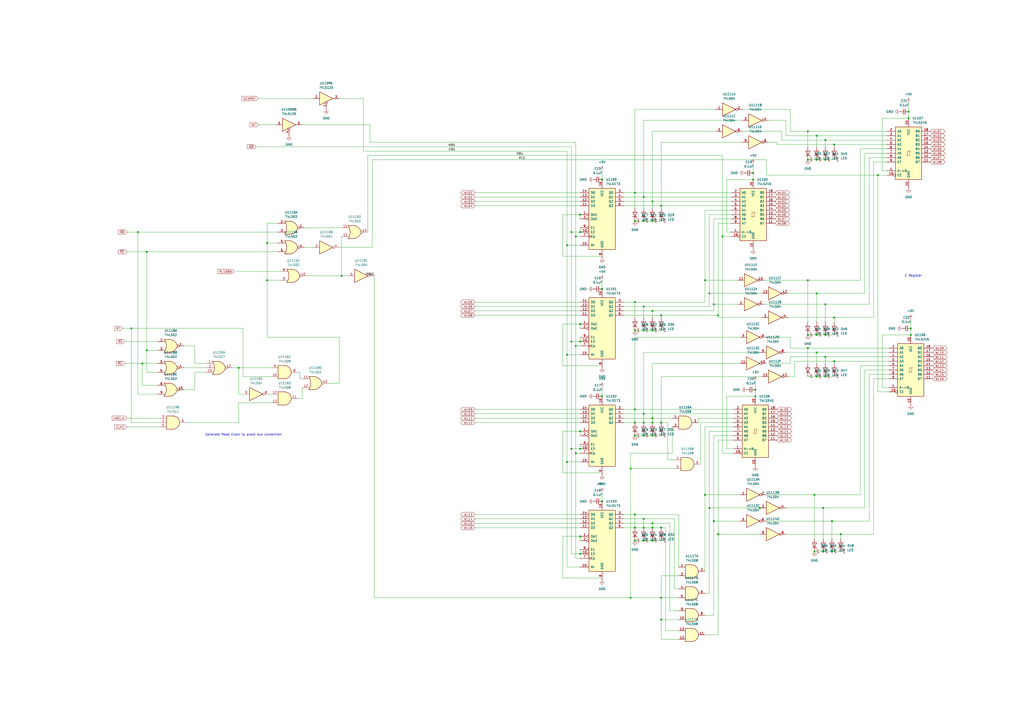
<source format=kicad_sch>
(kicad_sch (version 20231120) (generator "eeschema") (generator_version "8.0")
  (paper "A2")
  (lib_symbols
    (symbol "74xx:74LS02" (pin_names (offset 1.016))
      (property "Reference" "U" (at 0 1.27 0))
      (property "Value" "74LS02" (at 0 -1.27 0))
      (symbol "74LS02_1_1"
        (pin output inverted (at 7.62 0 180) (length 3.81) (name "~") (number "1"))
        (pin input line (at -7.62 2.54 0) (length 4.318) (name "~") (number "2"))
        (pin input line (at -7.62 -2.54 0) (length 4.318) (name "~") (number "3"))
      )
      (symbol "74LS02_1_2"
        (pin output line (at 7.62 0 180) (length 3.81) (name "~") (number "1"))
        (pin input inverted (at -7.62 2.54 0) (length 3.81) (name "~") (number "2"))
        (pin input inverted (at -7.62 -2.54 0) (length 3.81) (name "~") (number "3"))
      )
      (symbol "74LS02_2_1"
        (pin output inverted (at 7.62 0 180) (length 3.81) (name "~") (number "4"))
        (pin input line (at -7.62 2.54 0) (length 4.318) (name "~") (number "5"))
        (pin input line (at -7.62 -2.54 0) (length 4.318) (name "~") (number "6"))
      )
      (symbol "74LS02_2_2"
        (pin output line (at 7.62 0 180) (length 3.81) (name "~") (number "4"))
        (pin input inverted (at -7.62 2.54 0) (length 3.81) (name "~") (number "5"))
        (pin input inverted (at -7.62 -2.54 0) (length 3.81) (name "~") (number "6"))
      )
      (symbol "74LS02_3_1"
        (pin output inverted (at 7.62 0 180) (length 3.81) (name "~") (number "10"))
        (pin input line (at -7.62 2.54 0) (length 4.318) (name "~") (number "8"))
        (pin input line (at -7.62 -2.54 0) (length 4.318) (name "~") (number "9"))
      )
      (symbol "74LS02_3_2"
        (pin output line (at 7.62 0 180) (length 3.81) (name "~") (number "10"))
        (pin input inverted (at -7.62 2.54 0) (length 3.81) (name "~") (number "8"))
        (pin input inverted (at -7.62 -2.54 0) (length 3.81) (name "~") (number "9"))
      )
      (symbol "74LS02_4_1"
        (pin input line (at -7.62 2.54 0) (length 4.318) (name "~") (number "11"))
        (pin input line (at -7.62 -2.54 0) (length 4.318) (name "~") (number "12"))
        (pin output inverted (at 7.62 0 180) (length 3.81) (name "~") (number "13"))
      )
      (symbol "74LS02_4_2"
        (pin input inverted (at -7.62 2.54 0) (length 3.81) (name "~") (number "11"))
        (pin input inverted (at -7.62 -2.54 0) (length 3.81) (name "~") (number "12"))
        (pin output line (at 7.62 0 180) (length 3.81) (name "~") (number "13"))
      )
      (symbol "74LS02_5_0"
        (pin power_in line (at 0 12.7 270) (length 5.08) (name "VCC") (number "14"))
        (pin power_in line (at 0 -12.7 90) (length 5.08) (name "GND") (number "7"))
      )
    )
    (symbol "74xx:74LS04"
      (property "Reference" "U" (at 0 1.27 0))
      (property "Value" "74LS04" (at 0 -1.27 0))
      (symbol "74LS04_1_0"
        (pin input line (at -7.62 0 0) (length 3.81) (name "~") (number "1"))
        (pin output inverted (at 7.62 0 180) (length 3.81) (name "~") (number "2"))
      )
      (symbol "74LS04_2_0"
        (pin input line (at -7.62 0 0) (length 3.81) (name "~") (number "3"))
        (pin output inverted (at 7.62 0 180) (length 3.81) (name "~") (number "4"))
      )
      (symbol "74LS04_3_0"
        (pin input line (at -7.62 0 0) (length 3.81) (name "~") (number "5"))
        (pin output inverted (at 7.62 0 180) (length 3.81) (name "~") (number "6"))
      )
      (symbol "74LS04_4_0"
        (pin output inverted (at 7.62 0 180) (length 3.81) (name "~") (number "8"))
        (pin input line (at -7.62 0 0) (length 3.81) (name "~") (number "9"))
      )
      (symbol "74LS04_5_0"
        (pin output inverted (at 7.62 0 180) (length 3.81) (name "~") (number "10"))
        (pin input line (at -7.62 0 0) (length 3.81) (name "~") (number "11"))
      )
      (symbol "74LS04_6_0"
        (pin output inverted (at 7.62 0 180) (length 3.81) (name "~") (number "12"))
        (pin input line (at -7.62 0 0) (length 3.81) (name "~") (number "13"))
      )
      (symbol "74LS04_7_0"
        (pin power_in line (at 0 12.7 270) (length 5.08) (name "VCC") (number "14"))
        (pin power_in line (at 0 -12.7 90) (length 5.08) (name "GND") (number "7"))
      )
    )
    (symbol "74xx:74LS08" (pin_names (offset 1.016))
      (property "Reference" "U" (at 0 1.27 0))
      (property "Value" "74LS08" (at 0 -1.27 0))
      (symbol "74LS08_1_1"
        (pin input line (at -7.62 2.54 0) (length 3.81) (name "~") (number "1"))
        (pin input line (at -7.62 -2.54 0) (length 3.81) (name "~") (number "2"))
        (pin output line (at 7.62 0 180) (length 3.81) (name "~") (number "3"))
      )
      (symbol "74LS08_1_2"
        (pin input inverted (at -7.62 2.54 0) (length 4.318) (name "~") (number "1"))
        (pin input inverted (at -7.62 -2.54 0) (length 4.318) (name "~") (number "2"))
        (pin output inverted (at 7.62 0 180) (length 3.81) (name "~") (number "3"))
      )
      (symbol "74LS08_2_1"
        (pin input line (at -7.62 2.54 0) (length 3.81) (name "~") (number "4"))
        (pin input line (at -7.62 -2.54 0) (length 3.81) (name "~") (number "5"))
        (pin output line (at 7.62 0 180) (length 3.81) (name "~") (number "6"))
      )
      (symbol "74LS08_2_2"
        (pin input inverted (at -7.62 2.54 0) (length 4.318) (name "~") (number "4"))
        (pin input inverted (at -7.62 -2.54 0) (length 4.318) (name "~") (number "5"))
        (pin output inverted (at 7.62 0 180) (length 3.81) (name "~") (number "6"))
      )
      (symbol "74LS08_3_1"
        (pin input line (at -7.62 -2.54 0) (length 3.81) (name "~") (number "10"))
        (pin output line (at 7.62 0 180) (length 3.81) (name "~") (number "8"))
        (pin input line (at -7.62 2.54 0) (length 3.81) (name "~") (number "9"))
      )
      (symbol "74LS08_3_2"
        (pin input inverted (at -7.62 -2.54 0) (length 4.318) (name "~") (number "10"))
        (pin output inverted (at 7.62 0 180) (length 3.81) (name "~") (number "8"))
        (pin input inverted (at -7.62 2.54 0) (length 4.318) (name "~") (number "9"))
      )
      (symbol "74LS08_4_1"
        (pin output line (at 7.62 0 180) (length 3.81) (name "~") (number "11"))
        (pin input line (at -7.62 2.54 0) (length 3.81) (name "~") (number "12"))
        (pin input line (at -7.62 -2.54 0) (length 3.81) (name "~") (number "13"))
      )
      (symbol "74LS08_4_2"
        (pin output inverted (at 7.62 0 180) (length 3.81) (name "~") (number "11"))
        (pin input inverted (at -7.62 2.54 0) (length 4.318) (name "~") (number "12"))
        (pin input inverted (at -7.62 -2.54 0) (length 4.318) (name "~") (number "13"))
      )
      (symbol "74LS08_5_0"
        (pin power_in line (at 0 12.7 270) (length 5.08) (name "VCC") (number "14"))
        (pin power_in line (at 0 -12.7 90) (length 5.08) (name "GND") (number "7"))
      )
    )
    (symbol "74xx:74LS11" (pin_names (offset 1.016))
      (property "Reference" "U" (at 0 1.27 0))
      (property "Value" "74LS11" (at 0 -1.27 0))
      (symbol "74LS11_1_1"
        (pin input line (at -7.62 2.54 0) (length 3.81) (name "~") (number "1"))
        (pin output line (at 7.62 0 180) (length 3.81) (name "~") (number "12"))
        (pin input line (at -7.62 -2.54 0) (length 3.81) (name "~") (number "13"))
        (pin input line (at -7.62 0 0) (length 3.81) (name "~") (number "2"))
      )
      (symbol "74LS11_1_2"
        (pin input inverted (at -7.62 2.54 0) (length 4.318) (name "~") (number "1"))
        (pin output inverted (at 7.62 0 180) (length 3.81) (name "~") (number "12"))
        (pin input inverted (at -7.62 -2.54 0) (length 4.318) (name "~") (number "13"))
        (pin input inverted (at -7.62 0 0) (length 4.953) (name "~") (number "2"))
      )
      (symbol "74LS11_2_1"
        (pin input line (at -7.62 2.54 0) (length 3.81) (name "~") (number "3"))
        (pin input line (at -7.62 0 0) (length 3.81) (name "~") (number "4"))
        (pin input line (at -7.62 -2.54 0) (length 3.81) (name "~") (number "5"))
        (pin output line (at 7.62 0 180) (length 3.81) (name "~") (number "6"))
      )
      (symbol "74LS11_2_2"
        (pin input inverted (at -7.62 2.54 0) (length 4.318) (name "~") (number "3"))
        (pin input inverted (at -7.62 0 0) (length 4.953) (name "~") (number "4"))
        (pin input inverted (at -7.62 -2.54 0) (length 4.318) (name "~") (number "5"))
        (pin output inverted (at 7.62 0 180) (length 3.81) (name "~") (number "6"))
      )
      (symbol "74LS11_3_1"
        (pin input line (at -7.62 0 0) (length 3.81) (name "~") (number "10"))
        (pin input line (at -7.62 -2.54 0) (length 3.81) (name "~") (number "11"))
        (pin output line (at 7.62 0 180) (length 3.81) (name "~") (number "8"))
        (pin input line (at -7.62 2.54 0) (length 3.81) (name "~") (number "9"))
      )
      (symbol "74LS11_3_2"
        (pin input inverted (at -7.62 0 0) (length 4.953) (name "~") (number "10"))
        (pin input inverted (at -7.62 -2.54 0) (length 4.318) (name "~") (number "11"))
        (pin output inverted (at 7.62 0 180) (length 3.81) (name "~") (number "8"))
        (pin input inverted (at -7.62 2.54 0) (length 4.318) (name "~") (number "9"))
      )
      (symbol "74LS11_4_0"
        (pin power_in line (at 0 12.7 270) (length 5.08) (name "VCC") (number "14"))
        (pin power_in line (at 0 -12.7 90) (length 5.08) (name "GND") (number "7"))
      )
    )
    (symbol "74xx:74LS125" (pin_names (offset 1.016))
      (property "Reference" "U" (at 0 1.27 0))
      (property "Value" "74LS125" (at 0 -1.27 0))
      (symbol "74LS125_1_0"
        (pin input inverted (at 0 -6.35 90) (length 4.445) (name "~") (number "1"))
        (pin input line (at -7.62 0 0) (length 3.81) (name "~") (number "2"))
        (pin tri_state line (at 7.62 0 180) (length 3.81) (name "~") (number "3"))
      )
      (symbol "74LS125_2_0"
        (pin input inverted (at 0 -6.35 90) (length 4.445) (name "~") (number "4"))
        (pin input line (at -7.62 0 0) (length 3.81) (name "~") (number "5"))
        (pin tri_state line (at 7.62 0 180) (length 3.81) (name "~") (number "6"))
      )
      (symbol "74LS125_3_0"
        (pin input inverted (at 0 -6.35 90) (length 4.445) (name "~") (number "10"))
        (pin tri_state line (at 7.62 0 180) (length 3.81) (name "~") (number "8"))
        (pin input line (at -7.62 0 0) (length 3.81) (name "~") (number "9"))
      )
      (symbol "74LS125_4_0"
        (pin tri_state line (at 7.62 0 180) (length 3.81) (name "~") (number "11"))
        (pin input line (at -7.62 0 0) (length 3.81) (name "~") (number "12"))
        (pin input inverted (at 0 -6.35 90) (length 4.445) (name "~") (number "13"))
      )
      (symbol "74LS125_5_0"
        (pin power_in line (at 0 12.7 270) (length 5.08) (name "VCC") (number "14"))
        (pin power_in line (at 0 -12.7 90) (length 5.08) (name "GND") (number "7"))
      )
    )
    (symbol "74xx:74LS173" (pin_names (offset 1.016))
      (property "Reference" "U" (at -7.62 19.05 0))
      (property "Value" "74LS173" (at -7.62 -19.05 0))
      (symbol "74LS173_1_0"
        (pin input inverted (at -12.7 2.54 0) (length 5.08) (name "Oe1") (number "1"))
        (pin input inverted (at -12.7 -7.62 0) (length 5.08) (name "E2") (number "10"))
        (pin input line (at -12.7 7.62 0) (length 5.08) (name "D3") (number "11"))
        (pin input line (at -12.7 10.16 0) (length 5.08) (name "D2") (number "12"))
        (pin input line (at -12.7 12.7 0) (length 5.08) (name "D1") (number "13"))
        (pin input line (at -12.7 15.24 0) (length 5.08) (name "D0") (number "14"))
        (pin input line (at -12.7 -15.24 0) (length 5.08) (name "Mr") (number "15"))
        (pin power_in line (at 0 22.86 270) (length 5.08) (name "VCC") (number "16"))
        (pin input inverted (at -12.7 0 0) (length 5.08) (name "Oe2") (number "2"))
        (pin tri_state line (at 12.7 15.24 180) (length 5.08) (name "Q0") (number "3"))
        (pin tri_state line (at 12.7 12.7 180) (length 5.08) (name "Q1") (number "4"))
        (pin tri_state line (at 12.7 10.16 180) (length 5.08) (name "Q2") (number "5"))
        (pin tri_state line (at 12.7 7.62 180) (length 5.08) (name "Q3") (number "6"))
        (pin input clock (at -12.7 -10.16 0) (length 5.08) (name "Cp") (number "7"))
        (pin power_in line (at 0 -22.86 90) (length 5.08) (name "GND") (number "8"))
        (pin input inverted (at -12.7 -5.08 0) (length 5.08) (name "E1") (number "9"))
      )
    )
    (symbol "74xx:74LS245" (pin_names (offset 1.016))
      (property "Reference" "U" (at -7.62 16.51 0))
      (property "Value" "74LS245" (at -7.62 -16.51 0))
      (symbol "74LS245_1_0"
        (pin input line (at -12.7 -10.16 0) (length 5.08) (name "A->B") (number "1"))
        (pin power_in line (at 0 -20.32 90) (length 5.08) (name "GND") (number "10"))
        (pin tri_state line (at 12.7 -5.08 180) (length 5.08) (name "B7") (number "11"))
        (pin tri_state line (at 12.7 -2.54 180) (length 5.08) (name "B6") (number "12"))
        (pin tri_state line (at 12.7 0 180) (length 5.08) (name "B5") (number "13"))
        (pin tri_state line (at 12.7 2.54 180) (length 5.08) (name "B4") (number "14"))
        (pin tri_state line (at 12.7 5.08 180) (length 5.08) (name "B3") (number "15"))
        (pin tri_state line (at 12.7 7.62 180) (length 5.08) (name "B2") (number "16"))
        (pin tri_state line (at 12.7 10.16 180) (length 5.08) (name "B1") (number "17"))
        (pin tri_state line (at 12.7 12.7 180) (length 5.08) (name "B0") (number "18"))
        (pin input inverted (at -12.7 -12.7 0) (length 5.08) (name "CE") (number "19"))
        (pin tri_state line (at -12.7 12.7 0) (length 5.08) (name "A0") (number "2"))
        (pin power_in line (at 0 20.32 270) (length 5.08) (name "VCC") (number "20"))
        (pin tri_state line (at -12.7 10.16 0) (length 5.08) (name "A1") (number "3"))
        (pin tri_state line (at -12.7 7.62 0) (length 5.08) (name "A2") (number "4"))
        (pin tri_state line (at -12.7 5.08 0) (length 5.08) (name "A3") (number "5"))
        (pin tri_state line (at -12.7 2.54 0) (length 5.08) (name "A4") (number "6"))
        (pin tri_state line (at -12.7 0 0) (length 5.08) (name "A5") (number "7"))
        (pin tri_state line (at -12.7 -2.54 0) (length 5.08) (name "A6") (number "8"))
        (pin tri_state line (at -12.7 -5.08 0) (length 5.08) (name "A7") (number "9"))
      )
    )
    (symbol "74xx:74LS27" (pin_names (offset 1.016))
      (property "Reference" "U" (at 0 1.27 0))
      (property "Value" "74LS27" (at 0 -1.27 0))
      (symbol "74LS27_1_1"
        (pin input line (at -7.62 2.54 0) (length 4.318) (name "~") (number "1"))
        (pin output inverted (at 7.62 0 180) (length 3.81) (name "~") (number "12"))
        (pin input line (at -7.62 -2.54 0) (length 4.318) (name "~") (number "13"))
        (pin input line (at -7.62 0 0) (length 4.953) (name "~") (number "2"))
      )
      (symbol "74LS27_1_2"
        (pin input inverted (at -7.62 2.54 0) (length 3.81) (name "~") (number "1"))
        (pin output line (at 7.62 0 180) (length 3.81) (name "~") (number "12"))
        (pin input inverted (at -7.62 -2.54 0) (length 3.81) (name "~") (number "13"))
        (pin input inverted (at -7.62 0 0) (length 3.81) (name "~") (number "2"))
      )
      (symbol "74LS27_2_1"
        (pin input line (at -7.62 2.54 0) (length 4.318) (name "~") (number "3"))
        (pin input line (at -7.62 0 0) (length 4.953) (name "~") (number "4"))
        (pin input line (at -7.62 -2.54 0) (length 4.318) (name "~") (number "5"))
        (pin output inverted (at 7.62 0 180) (length 3.81) (name "~") (number "6"))
      )
      (symbol "74LS27_2_2"
        (pin input inverted (at -7.62 2.54 0) (length 3.81) (name "~") (number "3"))
        (pin input inverted (at -7.62 0 0) (length 3.81) (name "~") (number "4"))
        (pin input inverted (at -7.62 -2.54 0) (length 3.81) (name "~") (number "5"))
        (pin output line (at 7.62 0 180) (length 3.81) (name "~") (number "6"))
      )
      (symbol "74LS27_3_1"
        (pin input line (at -7.62 0 0) (length 4.953) (name "~") (number "10"))
        (pin input line (at -7.62 -2.54 0) (length 4.318) (name "~") (number "11"))
        (pin output inverted (at 7.62 0 180) (length 3.81) (name "~") (number "8"))
        (pin input line (at -7.62 2.54 0) (length 4.318) (name "~") (number "9"))
      )
      (symbol "74LS27_3_2"
        (pin input inverted (at -7.62 0 0) (length 3.81) (name "~") (number "10"))
        (pin input inverted (at -7.62 -2.54 0) (length 3.81) (name "~") (number "11"))
        (pin output line (at 7.62 0 180) (length 3.81) (name "~") (number "8"))
        (pin input inverted (at -7.62 2.54 0) (length 3.81) (name "~") (number "9"))
      )
      (symbol "74LS27_4_0"
        (pin power_in line (at 0 12.7 270) (length 5.08) (name "VCC") (number "14"))
        (pin power_in line (at 0 -12.7 90) (length 5.08) (name "GND") (number "7"))
      )
    )
    (symbol "Device:C_Small" (pin_numbers hide) (pin_names (offset 0.254) hide)
      (property "Reference" "C" (at 0.254 1.778 0))
      (property "Value" "C_Small" (at 0.254 -2.032 0))
      (symbol "C_Small_1_1"
        (pin passive line (at 0 2.54 270) (length 2.032) (name "~") (number "1"))
        (pin passive line (at 0 -2.54 90) (length 2.032) (name "~") (number "2"))
      )
    )
    (symbol "Device:LED" (pin_numbers hide) (pin_names (offset 1.016) hide)
      (property "Reference" "D" (at 0 2.54 0))
      (property "Value" "LED" (at 0 -2.54 0))
      (symbol "LED_1_1"
        (pin passive line (at -3.81 0 0) (length 2.54) (name "K") (number "1"))
        (pin passive line (at 3.81 0 180) (length 2.54) (name "A") (number "2"))
      )
    )
    (symbol "power:+5V" (power) (pin_numbers hide) (pin_names (offset 0) hide)
      (property "Value" "+5V" (at 0 3.556 0))
      (symbol "+5V_1_1"
        (pin power_in line (at 0 0 90) (length 0) (name "~") (number "1"))
      )
    )
    (symbol "power:GND" (power) (pin_numbers hide) (pin_names (offset 0) hide)
      (property "Value" "GND" (at 0 -3.81 0))
      (symbol "GND_1_1"
        (pin power_in line (at 0 0 270) (length 0) (name "~") (number "1"))
      )
    )
  )
  (junction (at 368.3 313.69))
  (junction (at 76.2 190.5))
  (junction (at 373.38 300.99))
  (junction (at 527.05 68.58))
  (junction (at 472.44 320.04))
  (junction (at 378.46 313.69))
  (junction (at 408.94 162.56))
  (junction (at 198.12 160.02))
  (junction (at 378.46 116.84))
  (junction (at 408.94 287.02))
  (junction (at 331.47 198.12))
  (junction (at 368.3 298.45))
  (junction (at 378.46 303.53))
  (junction (at 438.15 229.87))
  (junction (at 154.94 140.97))
  (junction (at 482.6 320.04))
  (junction (at 411.48 294.64))
  (junction (at 478.79 81.28))
  (junction (at 85.09 146.05))
  (junction (at 336.55 260.35))
  (junction (at 473.71 204.47))
  (junction (at 336.55 198.12))
  (junction (at 483.87 209.55))
  (junction (at 440.69 294.64))
  (junction (at 328.93 205.74))
  (junction (at 482.6 302.26))
  (junction (at 368.3 306.07))
  (junction (at 373.38 313.69))
  (junction (at 478.79 218.44))
  (junction (at 368.3 128.27))
  (junction (at 478.79 194.31))
  (junction (at 349.25 104.14))
  (junction (at 373.38 252.73))
  (junction (at 154.94 162.56))
  (junction (at 331.47 134.62))
  (junction (at 365.76 271.78))
  (junction (at 378.46 306.07))
  (junction (at 383.54 346.71))
  (junction (at 368.3 111.76))
  (junction (at 383.54 245.11))
  (junction (at 349.25 167.64))
  (junction (at 336.55 134.62))
  (junction (at 378.46 191.77))
  (junction (at 373.38 191.77))
  (junction (at 336.55 321.31))
  (junction (at 416.56 182.88))
  (junction (at 373.38 245.11))
  (junction (at 365.76 346.71))
  (junction (at 336.55 124.46))
  (junction (at 373.38 240.03))
  (junction (at 509.27 101.6))
  (junction (at 416.56 309.88))
  (junction (at 383.54 359.41))
  (junction (at 328.93 142.24))
  (junction (at 85.09 203.2))
  (junction (at 477.52 320.04))
  (junction (at 368.3 191.77))
  (junction (at 477.52 294.64))
  (junction (at 478.79 176.53))
  (junction (at 373.38 306.07))
  (junction (at 414.02 176.53))
  (junction (at 378.46 180.34))
  (junction (at 472.44 287.02))
  (junction (at 368.3 175.26))
  (junction (at 80.01 134.62))
  (junction (at 468.63 162.56))
  (junction (at 368.3 245.11))
  (junction (at 528.32 194.31))
  (junction (at 383.54 306.07))
  (junction (at 473.71 218.44))
  (junction (at 336.55 250.19))
  (junction (at 336.55 311.15))
  (junction (at 383.54 182.88))
  (junction (at 483.87 83.82))
  (junction (at 336.55 187.96))
  (junction (at 468.63 76.2))
  (junction (at 373.38 114.3))
  (junction (at 334.01 137.16))
  (junction (at 419.1 137.16))
  (junction (at 528.32 190.5))
  (junction (at 438.15 226.06))
  (junction (at 378.46 252.73))
  (junction (at 473.71 194.31))
  (junction (at 378.46 128.27))
  (junction (at 334.01 262.89))
  (junction (at 82.55 210.82))
  (junction (at 483.87 184.15))
  (junction (at 349.25 229.87))
  (junction (at 468.63 194.31))
  (junction (at 527.05 64.77))
  (junction (at 478.79 207.01))
  (junction (at 414.02 302.26))
  (junction (at 411.48 170.18))
  (junction (at 378.46 242.57))
  (junction (at 138.43 213.36))
  (junction (at 473.71 92.71))
  (junction (at 368.3 252.73))
  (junction (at 368.3 237.49))
  (junction (at 373.38 177.8))
  (junction (at 468.63 201.93))
  (junction (at 473.71 78.74))
  (junction (at 328.93 267.97))
  (junction (at 436.88 100.33))
  (junction (at 468.63 92.71))
  (junction (at 373.38 128.27))
  (junction (at 487.68 309.88))
  (junction (at 383.54 119.38))
  (junction (at 436.88 104.14))
  (junction (at 478.79 92.71))
  (junction (at 334.01 200.66))
  (junction (at 378.46 245.11))
  (junction (at 331.47 260.35))
  (junction (at 473.71 170.18))
  (junction (at 349.25 290.83))
  (wire (pts (xy 361.95 177.8) (xy 373.38 177.8)))
  (wire (pts (xy 373.38 177.8) (xy 411.48 177.8)))
  (wire (pts (xy 368.3 252.73) (xy 373.38 252.73)))
  (wire (pts (xy 148.59 85.09) (xy 331.47 85.09)))
  (wire (pts (xy 336.55 311.15) (xy 336.55 313.69)))
  (wire (pts (xy 441.96 184.15) (xy 416.56 184.15)))
  (wire (pts (xy 461.01 209.55) (xy 483.87 209.55)))
  (wire (pts (xy 373.38 191.77) (xy 378.46 191.77)))
  (wire (pts (xy 368.3 245.11) (xy 373.38 245.11)))
  (wire (pts (xy 504.19 176.53) (xy 504.19 91.44)))
  (wire (pts (xy 408.94 175.26) (xy 408.94 162.56)))
  (wire (pts (xy 349.25 335.28) (xy 326.39 335.28)))
  (wire (pts (xy 504.19 302.26) (xy 482.6 302.26)))
  (wire (pts (xy 468.63 194.31) (xy 473.71 194.31)))
  (wire (pts (xy 198.12 137.16) (xy 198.12 160.02)))
  (wire (pts (xy 373.38 114.3) (xy 424.18 114.3)))
  (wire (pts (xy 361.95 303.53) (xy 378.46 303.53)))
  (wire (pts (xy 473.71 78.74) (xy 514.35 78.74)))
  (wire (pts (xy 425.45 250.19) (xy 411.48 250.19)))
  (wire (pts (xy 478.79 176.53) (xy 478.79 186.69)))
  (wire (pts (xy 373.38 114.3) (xy 373.38 120.65)))
  (wire (pts (xy 72.39 198.12) (xy 91.44 198.12)))
  (wire (pts (xy 378.46 210.82) (xy 378.46 242.57)))
  (wire (pts (xy 331.47 85.09) (xy 331.47 134.62)))
  (wire (pts (xy 373.38 300.99) (xy 391.16 300.99)))
  (wire (pts (xy 499.11 212.09) (xy 499.11 287.02)))
  (wire (pts (xy 210.82 57.15) (xy 196.85 57.15)))
  (wire (pts (xy 425.45 260.35) (xy 421.64 260.35)))
  (wire (pts (xy 331.47 134.62) (xy 336.55 134.62)))
  (wire (pts (xy 373.38 300.99) (xy 373.38 306.07)))
  (wire (pts (xy 275.59 177.8) (xy 336.55 177.8)))
  (wire (pts (xy 478.79 81.28) (xy 478.79 85.09)))
  (wire (pts (xy 138.43 233.68) (xy 157.48 233.68)))
  (wire (pts (xy 527.05 59.69) (xy 527.05 64.77)))
  (wire (pts (xy 217.17 346.71) (xy 217.17 160.02)))
  (wire (pts (xy 214.63 82.55) (xy 334.01 82.55)))
  (wire (pts (xy 365.76 346.71) (xy 365.76 271.78)))
  (wire (pts (xy 336.55 328.93) (xy 328.93 328.93)))
  (wire (pts (xy 326.39 124.46) (xy 336.55 124.46)))
  (wire (pts (xy 515.62 224.79) (xy 511.81 224.79)))
  (wire (pts (xy 473.71 194.31) (xy 478.79 194.31)))
  (wire (pts (xy 511.81 68.58) (xy 527.05 68.58)))
  (wire (pts (xy 368.3 298.45) (xy 368.3 306.07)))
  (wire (pts (xy 336.55 187.96) (xy 336.55 190.5)))
  (wire (pts (xy 483.87 209.55) (xy 515.62 209.55)))
  (wire (pts (xy 365.76 271.78) (xy 391.16 271.78)))
  (wire (pts (xy 331.47 260.35) (xy 336.55 260.35)))
  (wire (pts (xy 373.38 177.8) (xy 373.38 184.15)))
  (wire (pts (xy 430.53 63.5) (xy 458.47 63.5)))
  (wire (pts (xy 76.2 190.5) (xy 140.97 190.5)))
  (wire (pts (xy 515.62 219.71) (xy 506.73 219.71)))
  (wire (pts (xy 349.25 99.06) (xy 349.25 104.14)))
  (wire (pts (xy 368.3 111.76) (xy 424.18 111.76)))
  (wire (pts (xy 368.3 237.49) (xy 368.3 245.11)))
  (wire (pts (xy 383.54 370.84) (xy 393.7 370.84)))
  (wire (pts (xy 457.2 218.44) (xy 461.01 218.44)))
  (wire (pts (xy 378.46 306.07) (xy 383.54 306.07)))
  (wire (pts (xy 425.45 255.27) (xy 416.56 255.27)))
  (wire (pts (xy 175.26 72.39) (xy 214.63 72.39)))
  (wire (pts (xy 138.43 213.36) (xy 138.43 228.6)))
  (wire (pts (xy 455.93 294.64) (xy 477.52 294.64)))
  (wire (pts (xy 455.93 204.47) (xy 473.71 204.47)))
  (wire (pts (xy 378.46 116.84) (xy 378.46 76.2)))
  (wire (pts (xy 275.59 111.76) (xy 336.55 111.76)))
  (wire (pts (xy 82.55 210.82) (xy 82.55 223.52)))
  (wire (pts (xy 509.27 101.6) (xy 509.27 227.33)))
  (wire (pts (xy 527.05 64.77) (xy 527.05 68.58)))
  (wire (pts (xy 80.01 134.62) (xy 80.01 228.6)))
  (wire (pts (xy 441.96 294.64) (xy 440.69 294.64)))
  (wire (pts (xy 453.39 81.28) (xy 453.39 76.2)))
  (wire (pts (xy 76.2 245.11) (xy 92.71 245.11)))
  (wire (pts (xy 361.95 180.34) (xy 378.46 180.34)))
  (wire (pts (xy 149.86 72.39) (xy 160.02 72.39)))
  (wire (pts (xy 483.87 85.09) (xy 483.87 83.82)))
  (wire (pts (xy 373.38 306.07) (xy 378.46 306.07)))
  (wire (pts (xy 528.32 185.42) (xy 528.32 190.5)))
  (wire (pts (xy 504.19 217.17) (xy 515.62 217.17)))
  (wire (pts (xy 373.38 128.27) (xy 378.46 128.27)))
  (wire (pts (xy 196.85 195.58) (xy 196.85 222.25)))
  (wire (pts (xy 424.18 129.54) (xy 416.56 129.54)))
  (wire (pts (xy 365.76 262.89) (xy 365.76 271.78)))
  (wire (pts (xy 175.26 231.14) (xy 172.72 231.14)))
  (wire (pts (xy 73.66 247.65) (xy 92.71 247.65)))
  (wire (pts (xy 173.99 215.9) (xy 172.72 215.9)))
  (wire (pts (xy 450.85 82.55) (xy 450.85 83.82)))
  (wire (pts (xy 478.79 92.71) (xy 483.87 92.71)))
  (wire (pts (xy 106.68 213.36) (xy 119.38 213.36)))
  (wire (pts (xy 444.5 195.58) (xy 458.47 195.58)))
  (wire (pts (xy 473.71 204.47) (xy 473.71 210.82)))
  (wire (pts (xy 414.02 252.73) (xy 414.02 302.26)))
  (wire (pts (xy 361.95 116.84) (xy 378.46 116.84)))
  (wire (pts (xy 275.59 298.45) (xy 336.55 298.45)))
  (wire (pts (xy 368.3 195.58) (xy 368.3 237.49)))
  (wire (pts (xy 349.25 148.59) (xy 326.39 148.59)))
  (wire (pts (xy 76.2 190.5) (xy 76.2 245.11)))
  (wire (pts (xy 528.32 190.5) (xy 528.32 194.31)))
  (wire (pts (xy 386.08 365.76) (xy 393.7 365.76)))
  (wire (pts (xy 393.7 298.45) (xy 393.7 328.93)))
  (wire (pts (xy 378.46 76.2) (xy 415.29 76.2)))
  (wire (pts (xy 411.48 344.17) (xy 408.94 344.17)))
  (wire (pts (xy 275.59 180.34) (xy 336.55 180.34)))
  (wire (pts (xy 331.47 134.62) (xy 331.47 198.12)))
  (wire (pts (xy 137.16 157.48) (xy 162.56 157.48)))
  (wire (pts (xy 336.55 267.97) (xy 328.93 267.97)))
  (wire (pts (xy 154.94 162.56) (xy 162.56 162.56)))
  (wire (pts (xy 138.43 245.11) (xy 138.43 233.68)))
  (wire (pts (xy 334.01 262.89) (xy 334.01 200.66)))
  (wire (pts (xy 468.63 201.93) (xy 468.63 210.82)))
  (wire (pts (xy 349.25 224.79) (xy 349.25 229.87)))
  (wire (pts (xy 368.3 313.69) (xy 373.38 313.69)))
  (wire (pts (xy 408.94 368.3) (xy 416.56 368.3)))
  (wire (pts (xy 138.43 213.36) (xy 157.48 213.36)))
  (wire (pts (xy 414.02 302.26) (xy 414.02 356.87)))
  (wire (pts (xy 119.38 215.9) (xy 113.03 215.9)))
  (wire (pts (xy 509.27 227.33) (xy 515.62 227.33)))
  (wire (pts (xy 472.44 287.02) (xy 444.5 287.02)))
  (wire (pts (xy 421.64 134.62) (xy 421.64 104.14)))
  (wire (pts (xy 430.53 76.2) (xy 453.39 76.2)))
  (wire (pts (xy 383.54 119.38) (xy 383.54 82.55)))
  (wire (pts (xy 378.46 180.34) (xy 414.02 180.34)))
  (wire (pts (xy 408.94 356.87) (xy 414.02 356.87)))
  (wire (pts (xy 499.11 162.56) (xy 499.11 86.36)))
  (wire (pts (xy 373.38 252.73) (xy 378.46 252.73)))
  (wire (pts (xy 336.55 250.19) (xy 336.55 252.73)))
  (wire (pts (xy 383.54 245.11) (xy 383.54 218.44)))
  (wire (pts (xy 328.93 205.74) (xy 328.93 142.24)))
  (wire (pts (xy 506.73 184.15) (xy 483.87 184.15)))
  (wire (pts (xy 473.71 170.18) (xy 457.2 170.18)))
  (wire (pts (xy 361.95 242.57) (xy 378.46 242.57)))
  (wire (pts (xy 483.87 184.15) (xy 483.87 186.69)))
  (wire (pts (xy 504.19 217.17) (xy 504.19 302.26)))
  (wire (pts (xy 499.11 212.09) (xy 515.62 212.09)))
  (wire (pts (xy 378.46 245.11) (xy 383.54 245.11)))
  (wire (pts (xy 378.46 180.34) (xy 378.46 184.15)))
  (wire (pts (xy 373.38 204.47) (xy 440.69 204.47)))
  (wire (pts (xy 383.54 334.01) (xy 383.54 346.71)))
  (wire (pts (xy 427.99 176.53) (xy 414.02 176.53)))
  (wire (pts (xy 113.03 215.9) (xy 113.03 226.06)))
  (wire (pts (xy 140.97 190.5) (xy 140.97 218.44)))
  (wire (pts (xy 210.82 57.15) (xy 210.82 87.63)))
  (wire (pts (xy 336.55 323.85) (xy 334.01 323.85)))
  (wire (pts (xy 73.66 146.05) (xy 85.09 146.05)))
  (wire (pts (xy 175.26 219.71) (xy 173.99 219.71)))
  (wire (pts (xy 334.01 200.66) (xy 336.55 200.66)))
  (wire (pts (xy 336.55 132.08) (xy 336.55 134.62)))
  (wire (pts (xy 389.89 262.89) (xy 365.76 262.89)))
  (wire (pts (xy 455.93 78.74) (xy 455.93 69.85)))
  (wire (pts (xy 411.48 170.18) (xy 411.48 177.8)))
  (wire (pts (xy 514.35 99.06) (xy 511.81 99.06)))
  (wire (pts (xy 487.68 309.88) (xy 487.68 312.42)))
  (wire (pts (xy 419.1 137.16) (xy 419.1 262.89)))
  (wire (pts (xy 501.65 294.64) (xy 501.65 214.63)))
  (wire (pts (xy 450.85 83.82) (xy 483.87 83.82)))
  (wire (pts (xy 391.16 341.63) (xy 393.7 341.63)))
  (wire (pts (xy 440.69 309.88) (xy 416.56 309.88)))
  (wire (pts (xy 389.89 247.65) (xy 389.89 262.89)))
  (wire (pts (xy 414.02 127) (xy 424.18 127)))
  (wire (pts (xy 275.59 300.99) (xy 336.55 300.99)))
  (wire (pts (xy 514.35 88.9) (xy 501.65 88.9)))
  (wire (pts (xy 328.93 142.24) (xy 328.93 87.63)))
  (wire (pts (xy 478.79 207.01) (xy 515.62 207.01)))
  (wire (pts (xy 80.01 134.62) (xy 161.29 134.62)))
  (wire (pts (xy 458.47 76.2) (xy 468.63 76.2)))
  (wire (pts (xy 461.01 218.44) (xy 461.01 209.55)))
  (wire (pts (xy 213.36 90.17) (xy 419.1 90.17)))
  (wire (pts (xy 331.47 260.35) (xy 331.47 321.31)))
  (wire (pts (xy 80.01 228.6) (xy 91.44 228.6)))
  (wire (pts (xy 506.73 93.98) (xy 506.73 184.15)))
  (wire (pts (xy 326.39 274.32) (xy 326.39 250.19)))
  (wire (pts (xy 349.25 285.75) (xy 349.25 290.83)))
  (wire (pts (xy 336.55 195.58) (xy 336.55 198.12)))
  (wire (pts (xy 383.54 182.88) (xy 416.56 182.88)))
  (wire (pts (xy 378.46 303.53) (xy 378.46 306.07)))
  (wire (pts (xy 176.53 143.51) (xy 181.61 143.51)))
  (wire (pts (xy 393.7 354.33) (xy 388.62 354.33)))
  (wire (pts (xy 478.79 176.53) (xy 504.19 176.53)))
  (wire (pts (xy 275.59 237.49) (xy 336.55 237.49)))
  (wire (pts (xy 113.03 210.82) (xy 113.03 200.66)))
  (wire (pts (xy 175.26 224.79) (xy 175.26 231.14)))
  (wire (pts (xy 373.38 69.85) (xy 430.53 69.85)))
  (wire (pts (xy 514.35 101.6) (xy 509.27 101.6)))
  (wire (pts (xy 443.23 162.56) (xy 468.63 162.56)))
  (wire (pts (xy 414.02 127) (xy 414.02 176.53)))
  (wire (pts (xy 419.1 137.16) (xy 419.1 90.17)))
  (wire (pts (xy 365.76 346.71) (xy 217.17 346.71)))
  (wire (pts (xy 483.87 83.82) (xy 514.35 83.82)))
  (wire (pts (xy 419.1 262.89) (xy 425.45 262.89)))
  (wire (pts (xy 511.81 194.31) (xy 528.32 194.31)))
  (wire (pts (xy 411.48 170.18) (xy 441.96 170.18)))
  (wire (pts (xy 213.36 90.17) (xy 213.36 134.62)))
  (wire (pts (xy 378.46 313.69) (xy 383.54 313.69)))
  (wire (pts (xy 501.65 170.18) (xy 473.71 170.18)))
  (wire (pts (xy 138.43 228.6) (xy 140.97 228.6)))
  (wire (pts (xy 378.46 116.84) (xy 378.46 120.65)))
  (wire (pts (xy 361.95 182.88) (xy 383.54 182.88)))
  (wire (pts (xy 326.39 335.28) (xy 326.39 311.15)))
  (wire (pts (xy 368.3 128.27) (xy 373.38 128.27)))
  (wire (pts (xy 514.35 93.98) (xy 506.73 93.98)))
  (wire (pts (xy 85.09 215.9) (xy 91.44 215.9)))
  (wire (pts (xy 408.94 287.02) (xy 408.94 331.47)))
  (wire (pts (xy 85.09 203.2) (xy 91.44 203.2)))
  (wire (pts (xy 444.5 101.6) (xy 444.5 92.71)))
  (wire (pts (xy 477.52 320.04) (xy 482.6 320.04)))
  (wire (pts (xy 383.54 184.15) (xy 383.54 182.88)))
  (wire (pts (xy 473.71 92.71) (xy 478.79 92.71)))
  (wire (pts (xy 154.94 129.54) (xy 154.94 140.97)))
  (wire (pts (xy 478.79 218.44) (xy 483.87 218.44)))
  (wire (pts (xy 386.08 306.07) (xy 386.08 365.76)))
  (wire (pts (xy 391.16 300.99) (xy 391.16 341.63)))
  (wire (pts (xy 361.95 114.3) (xy 373.38 114.3)))
  (wire (pts (xy 73.66 134.62) (xy 80.01 134.62)))
  (wire (pts (xy 373.38 114.3) (xy 373.38 69.85)))
  (wire (pts (xy 421.64 260.35) (xy 421.64 229.87)))
  (wire (pts (xy 429.26 302.26) (xy 414.02 302.26)))
  (wire (pts (xy 373.38 240.03) (xy 373.38 204.47)))
  (wire (pts (xy 438.15 226.06) (xy 438.15 229.87)))
  (wire (pts (xy 378.46 242.57) (xy 389.89 242.57)))
  (wire (pts (xy 72.39 210.82) (xy 82.55 210.82)))
  (wire (pts (xy 334.01 137.16) (xy 334.01 82.55)))
  (wire (pts (xy 275.59 306.07) (xy 336.55 306.07)))
  (wire (pts (xy 71.12 190.5) (xy 76.2 190.5)))
  (wire (pts (xy 424.18 134.62) (xy 421.64 134.62)))
  (wire (pts (xy 458.47 201.93) (xy 468.63 201.93)))
  (wire (pts (xy 361.95 111.76) (xy 368.3 111.76)))
  (wire (pts (xy 383.54 218.44) (xy 441.96 218.44)))
  (wire (pts (xy 511.81 224.79) (xy 511.81 194.31)))
  (wire (pts (xy 275.59 175.26) (xy 336.55 175.26)))
  (wire (pts (xy 275.59 114.3) (xy 336.55 114.3)))
  (wire (pts (xy 361.95 237.49) (xy 368.3 237.49)))
  (wire (pts (xy 501.65 88.9) (xy 501.65 170.18)))
  (wire (pts (xy 368.3 111.76) (xy 368.3 63.5)))
  (wire (pts (xy 331.47 198.12) (xy 336.55 198.12)))
  (wire (pts (xy 473.71 204.47) (xy 515.62 204.47)))
  (wire (pts (xy 373.38 240.03) (xy 373.38 245.11)))
  (wire (pts (xy 361.95 119.38) (xy 383.54 119.38)))
  (wire (pts (xy 468.63 218.44) (xy 473.71 218.44)))
  (wire (pts (xy 336.55 262.89) (xy 334.01 262.89)))
  (wire (pts (xy 468.63 162.56) (xy 499.11 162.56)))
  (wire (pts (xy 275.59 182.88) (xy 336.55 182.88)))
  (wire (pts (xy 416.56 309.88) (xy 416.56 368.3)))
  (wire (pts (xy 414.02 176.53) (xy 414.02 180.34)))
  (wire (pts (xy 468.63 76.2) (xy 468.63 85.09)))
  (wire (pts (xy 383.54 359.41) (xy 393.7 359.41)))
  (wire (pts (xy 326.39 250.19) (xy 336.55 250.19)))
  (wire (pts (xy 383.54 359.41) (xy 383.54 370.84)))
  (wire (pts (xy 440.69 294.64) (xy 411.48 294.64)))
  (wire (pts (xy 473.71 170.18) (xy 473.71 186.69)))
  (wire (pts (xy 411.48 294.64) (xy 411.48 344.17)))
  (wire (pts (xy 468.63 76.2) (xy 514.35 76.2)))
  (wire (pts (xy 429.26 195.58) (xy 368.3 195.58)))
  (wire (pts (xy 373.38 313.69) (xy 378.46 313.69)))
  (wire (pts (xy 368.3 298.45) (xy 393.7 298.45)))
  (wire (pts (xy 378.46 191.77) (xy 383.54 191.77)))
  (wire (pts (xy 275.59 240.03) (xy 336.55 240.03)))
  (wire (pts (xy 196.85 222.25) (xy 190.5 222.25)))
  (wire (pts (xy 453.39 81.28) (xy 478.79 81.28)))
  (wire (pts (xy 511.81 99.06) (xy 511.81 68.58)))
  (wire (pts (xy 425.45 242.57) (xy 405.13 242.57)))
  (wire (pts (xy 408.94 287.02) (xy 429.26 287.02)))
  (wire (pts (xy 373.38 245.11) (xy 378.46 245.11)))
  (wire (pts (xy 210.82 87.63) (xy 328.93 87.63)))
  (wire (pts (xy 405.13 242.57) (xy 405.13 245.11)))
  (wire (pts (xy 478.79 81.28) (xy 514.35 81.28)))
  (wire (pts (xy 275.59 245.11) (xy 336.55 245.11)))
  (wire (pts (xy 408.94 287.02) (xy 408.94 247.65)))
  (wire (pts (xy 408.94 162.56) (xy 427.99 162.56)))
  (wire (pts (xy 368.3 175.26) (xy 368.3 184.15)))
  (wire (pts (xy 334.01 323.85) (xy 334.01 262.89)))
  (wire (pts (xy 482.6 302.26) (xy 444.5 302.26)))
  (wire (pts (xy 368.3 306.07) (xy 373.38 306.07)))
  (wire (pts (xy 154.94 140.97) (xy 161.29 140.97)))
  (wire (pts (xy 73.66 242.57) (xy 92.71 242.57)))
  (wire (pts (xy 455.93 78.74) (xy 473.71 78.74)))
  (wire (pts (xy 215.9 92.71) (xy 215.9 143.51)))
  (wire (pts (xy 504.19 91.44) (xy 514.35 91.44)))
  (wire (pts (xy 458.47 210.82) (xy 458.47 207.01)))
  (wire (pts (xy 82.55 223.52) (xy 91.44 223.52)))
  (wire (pts (xy 411.48 124.46) (xy 411.48 170.18)))
  (wire (pts (xy 134.62 213.36) (xy 138.43 213.36)))
  (wire (pts (xy 424.18 137.16) (xy 419.1 137.16)))
  (wire (pts (xy 387.35 266.7) (xy 391.16 266.7)))
  (wire (pts (xy 368.3 111.76) (xy 368.3 120.65)))
  (wire (pts (xy 176.53 132.08) (xy 198.12 132.08)))
  (wire (pts (xy 482.6 302.26) (xy 482.6 312.42)))
  (wire (pts (xy 455.93 309.88) (xy 487.68 309.88)))
  (wire (pts (xy 455.93 69.85) (xy 445.77 69.85)))
  (wire (pts (xy 478.79 207.01) (xy 478.79 210.82)))
  (wire (pts (xy 477.52 294.64) (xy 501.65 294.64)))
  (wire (pts (xy 483.87 184.15) (xy 457.2 184.15)))
  (wire (pts (xy 383.54 120.65) (xy 383.54 119.38)))
  (wire (pts (xy 378.46 116.84) (xy 424.18 116.84)))
  (wire (pts (xy 361.95 298.45) (xy 368.3 298.45)))
  (wire (pts (xy 436.88 100.33) (xy 436.88 104.14)))
  (wire (pts (xy 445.77 210.82) (xy 458.47 210.82)))
  (wire (pts (xy 393.7 334.01) (xy 383.54 334.01)))
  (wire (pts (xy 383.54 346.71) (xy 393.7 346.71)))
  (wire (pts (xy 349.25 212.09) (xy 326.39 212.09)))
  (wire (pts (xy 436.88 95.25) (xy 436.88 100.33)))
  (wire (pts (xy 154.94 162.56) (xy 154.94 195.58)))
  (wire (pts (xy 373.38 240.03) (xy 425.45 240.03)))
  (wire (pts (xy 509.27 101.6) (xy 444.5 101.6)))
  (wire (pts (xy 154.94 195.58) (xy 196.85 195.58)))
  (wire (pts (xy 326.39 212.09) (xy 326.39 187.96)))
  (wire (pts (xy 483.87 210.82) (xy 483.87 209.55)))
  (wire (pts (xy 173.99 219.71) (xy 173.99 215.9)))
  (wire (pts (xy 328.93 267.97) (xy 328.93 205.74)))
  (wire (pts (xy 140.97 218.44) (xy 157.48 218.44)))
  (wire (pts (xy 378.46 128.27) (xy 383.54 128.27)))
  (wire (pts (xy 416.56 184.15) (xy 416.56 182.88)))
  (wire (pts (xy 334.01 200.66) (xy 334.01 137.16)))
  (wire (pts (xy 275.59 119.38) (xy 336.55 119.38)))
  (wire (pts (xy 383.54 306.07) (xy 386.08 306.07)))
  (wire (pts (xy 107.95 245.11) (xy 138.43 245.11)))
  (wire (pts (xy 482.6 320.04) (xy 487.68 320.04)))
  (wire (pts (xy 181.61 57.15) (xy 149.86 57.15)))
  (wire (pts (xy 198.12 160.02) (xy 201.93 160.02)))
  (wire (pts (xy 349.25 274.32) (xy 326.39 274.32)))
  (wire (pts (xy 368.3 175.26) (xy 408.94 175.26)))
  (wire (pts (xy 468.63 162.56) (xy 468.63 186.69)))
  (wire (pts (xy 383.54 119.38) (xy 424.18 119.38)))
  (wire (pts (xy 154.94 140.97) (xy 154.94 162.56)))
  (wire (pts (xy 472.44 287.02) (xy 472.44 312.42)))
  (wire (pts (xy 388.62 354.33) (xy 388.62 303.53)))
  (wire (pts (xy 438.15 220.98) (xy 438.15 226.06)))
  (wire (pts (xy 368.3 237.49) (xy 425.45 237.49)))
  (wire (pts (xy 473.71 78.74) (xy 473.71 85.09)))
  (wire (pts (xy 429.26 210.82) (xy 378.46 210.82)))
  (wire (pts (xy 85.09 146.05) (xy 161.29 146.05)))
  (wire (pts (xy 506.73 309.88) (xy 506.73 219.71)))
  (wire (pts (xy 361.95 240.03) (xy 373.38 240.03)))
  (wire (pts (xy 156.21 228.6) (xy 157.48 228.6)))
  (wire (pts (xy 336.55 124.46) (xy 336.55 127)))
  (wire (pts (xy 361.95 306.07) (xy 368.3 306.07)))
  (wire (pts (xy 443.23 176.53) (xy 478.79 176.53)))
  (wire (pts (xy 416.56 129.54) (xy 416.56 182.88)))
  (wire (pts (xy 515.62 214.63) (xy 501.65 214.63)))
  (wire (pts (xy 378.46 252.73) (xy 383.54 252.73)))
  (wire (pts (xy 388.62 303.53) (xy 378.46 303.53)))
  (wire (pts (xy 113.03 226.06) (xy 106.68 226.06)))
  (wire (pts (xy 473.71 218.44) (xy 478.79 218.44)))
  (wire (pts (xy 387.35 245.11) (xy 387.35 266.7)))
  (wire (pts (xy 215.9 92.71) (xy 444.5 92.71)))
  (wire (pts (xy 368.3 63.5) (xy 415.29 63.5)))
  (wire (pts (xy 328.93 328.93) (xy 328.93 267.97)))
  (wire (pts (xy 421.64 229.87) (xy 438.15 229.87)))
  (wire (pts (xy 408.94 162.56) (xy 408.94 121.92)))
  (wire (pts (xy 406.4 269.24) (xy 406.4 245.11)))
  (wire (pts (xy 326.39 311.15) (xy 336.55 311.15)))
  (wire (pts (xy 487.68 309.88) (xy 506.73 309.88)))
  (wire (pts (xy 416.56 255.27) (xy 416.56 309.88)))
  (wire (pts (xy 331.47 198.12) (xy 331.47 260.35)))
  (wire (pts (xy 275.59 242.57) (xy 336.55 242.57)))
  (wire (pts (xy 177.8 160.02) (xy 198.12 160.02)))
  (wire (pts (xy 458.47 207.01) (xy 478.79 207.01)))
  (wire (pts (xy 378.46 242.57) (xy 378.46 245.11)))
  (wire (pts (xy 383.54 346.71) (xy 383.54 359.41)))
  (wire (pts (xy 361.95 245.11) (xy 368.3 245.11)))
  (wire (pts (xy 445.77 82.55) (xy 450.85 82.55)))
  (wire (pts (xy 214.63 82.55) (xy 214.63 72.39)))
  (wire (pts (xy 408.94 247.65) (xy 425.45 247.65)))
  (wire (pts (xy 458.47 63.5) (xy 458.47 76.2)))
  (wire (pts (xy 411.48 250.19) (xy 411.48 294.64)))
  (wire (pts (xy 336.55 318.77) (xy 336.55 321.31)))
  (wire (pts (xy 113.03 200.66) (xy 106.68 200.66)))
  (wire (pts (xy 477.52 294.64) (xy 477.52 312.42)))
  (wire (pts (xy 336.55 257.81) (xy 336.55 260.35)))
  (wire (pts (xy 275.59 303.53) (xy 336.55 303.53)))
  (wire (pts (xy 336.55 205.74) (xy 328.93 205.74)))
  (wire (pts (xy 468.63 201.93) (xy 515.62 201.93)))
  (wire (pts (xy 361.95 175.26) (xy 368.3 175.26)))
  (wire (pts (xy 334.01 137.16) (xy 336.55 137.16)))
  (wire (pts (xy 82.55 210.82) (xy 91.44 210.82)))
  (wire (pts (xy 331.47 321.31) (xy 336.55 321.31)))
  (wire (pts (xy 421.64 104.14) (xy 436.88 104.14)))
  (wire (pts (xy 499.11 287.02) (xy 472.44 287.02)))
  (wire (pts (xy 472.44 320.04) (xy 477.52 320.04)))
  (wire (pts (xy 458.47 195.58) (xy 458.47 201.93)))
  (wire (pts (xy 406.4 245.11) (xy 425.45 245.11)))
  (wire (pts (xy 368.3 191.77) (xy 373.38 191.77)))
  (wire (pts (xy 499.11 86.36) (xy 514.35 86.36)))
  (wire (pts (xy 383.54 245.11) (xy 387.35 245.11)))
  (wire (pts (xy 361.95 300.99) (xy 373.38 300.99)))
  (wire (pts (xy 383.54 346.71) (xy 365.76 346.71)))
  (wire (pts (xy 275.59 116.84) (xy 336.55 116.84)))
  (wire (pts (xy 326.39 148.59) (xy 326.39 124.46)))
  (wire (pts (xy 154.94 129.54) (xy 161.29 129.54)))
  (wire (pts (xy 336.55 142.24) (xy 328.93 142.24)))
  (wire (pts (xy 215.9 143.51) (xy 196.85 143.51)))
  (wire (pts (xy 424.18 124.46) (xy 411.48 124.46)))
  (wire (pts (xy 85.09 203.2) (xy 85.09 215.9)))
  (wire (pts (xy 478.79 194.31) (xy 483.87 194.31)))
  (wire (pts (xy 119.38 210.82) (xy 113.03 210.82)))
  (wire (pts (xy 408.94 121.92) (xy 424.18 121.92)))
  (wire (pts (xy 326.39 187.96) (xy 336.55 187.96)))
  (wire (pts (xy 468.63 92.71) (xy 473.71 92.71)))
  (wire (pts (xy 349.25 162.56) (xy 349.25 167.64)))
  (wire (pts (xy 414.02 252.73) (xy 425.45 252.73)))
  (wire (pts (xy 383.54 82.55) (xy 430.53 82.55)))
  (wire (pts (xy 85.09 146.05) (xy 85.09 203.2)))
  (text "C Register" (at 529.844 160.02 0) (effects (font (size 1.27 1.27))))
  (text "Generate Read Clock to avoid bus contention " (at 141.732 252.222 0) (effects (font (size 1.27 1.27))))
  (label "WBG" (at 264.16 85.09 180))
  (label "CBG" (at 264.16 87.63 180))
  (label "RBG" (at 303.53 90.17 180))
  (label "RCG" (at 304.8 92.71 180))
  (label "RBLG" (at 217.17 160.02 180))
  (global_label "WL05" (shape tri_state) (at 275.59 175.26 180) (property "Intersheetrefs" "${INTERSHEET_REFS}" (effects (hide yes))))
  (global_label "WL13" (shape tri_state) (at 275.59 298.45 180) (property "Intersheetrefs" "${INTERSHEET_REFS}" (effects (hide yes))))
  (global_label "WL07" (shape tri_state) (at 539.75 91.44 0) (property "Intersheetrefs" "${INTERSHEET_REFS}" (effects (hide yes))))
  (global_label "CLK1" (shape input) (at 73.66 247.65 180) (property "Intersheetrefs" "${INTERSHEET_REFS}" (effects (hide yes))))
  (global_label "~{RC}" (shape input) (at 73.66 146.05 180) (property "Intersheetrefs" "${INTERSHEET_REFS}" (effects (hide yes))))
  (global_label "WL10" (shape tri_state) (at 275.59 240.03 180) (property "Intersheetrefs" "${INTERSHEET_REFS}" (effects (hide yes))))
  (global_label "WL08" (shape tri_state) (at 449.58 129.54 0) (property "Intersheetrefs" "${INTERSHEET_REFS}" (effects (hide yes))))
  (global_label "WL12" (shape tri_state) (at 450.85 245.11 0) (property "Intersheetrefs" "${INTERSHEET_REFS}" (effects (hide yes))))
  (global_label "RT" (shape input) (at 71.12 190.5 180) (property "Intersheetrefs" "${INTERSHEET_REFS}" (effects (hide yes))))
  (global_label "WL09" (shape tri_state) (at 450.85 237.49 0) (property "Intersheetrefs" "${INTERSHEET_REFS}" (effects (hide yes))))
  (global_label "WL06" (shape tri_state) (at 275.59 177.8 180) (property "Intersheetrefs" "${INTERSHEET_REFS}" (effects (hide yes))))
  (global_label "WL13" (shape tri_state) (at 541.02 212.09 0) (property "Intersheetrefs" "${INTERSHEET_REFS}" (effects (hide yes))))
  (global_label "WL06" (shape tri_state) (at 539.75 88.9 0) (property "Intersheetrefs" "${INTERSHEET_REFS}" (effects (hide yes))))
  (global_label "WL02" (shape tri_state) (at 449.58 114.3 0) (property "Intersheetrefs" "${INTERSHEET_REFS}" (effects (hide yes))))
  (global_label "WL11" (shape tri_state) (at 541.02 207.01 0) (property "Intersheetrefs" "${INTERSHEET_REFS}" (effects (hide yes))))
  (global_label "WL07" (shape tri_state) (at 275.59 180.34 180) (property "Intersheetrefs" "${INTERSHEET_REFS}" (effects (hide yes))))
  (global_label "WL05" (shape tri_state) (at 449.58 121.92 0) (property "Intersheetrefs" "${INTERSHEET_REFS}" (effects (hide yes))))
  (global_label "WL12" (shape tri_state) (at 275.59 245.11 180) (property "Intersheetrefs" "${INTERSHEET_REFS}" (effects (hide yes))))
  (global_label "WL06" (shape tri_state) (at 449.58 124.46 0) (property "Intersheetrefs" "${INTERSHEET_REFS}" (effects (hide yes))))
  (global_label "WL01" (shape tri_state) (at 539.75 76.2 0) (property "Intersheetrefs" "${INTERSHEET_REFS}" (effects (hide yes))))
  (global_label "WL14" (shape tri_state) (at 450.85 250.19 0) (property "Intersheetrefs" "${INTERSHEET_REFS}" (effects (hide yes))))
  (global_label "WL16" (shape tri_state) (at 275.59 306.07 180) (property "Intersheetrefs" "${INTERSHEET_REFS}" (effects (hide yes))))
  (global_label "WL04" (shape tri_state) (at 275.59 119.38 180) (property "Intersheetrefs" "${INTERSHEET_REFS}" (effects (hide yes))))
  (global_label "~{RU}" (shape input) (at 72.39 210.82 180) (property "Intersheetrefs" "${INTERSHEET_REFS}" (effects (hide yes))))
  (global_label "WL04" (shape tri_state) (at 539.75 83.82 0) (property "Intersheetrefs" "${INTERSHEET_REFS}" (effects (hide yes))))
  (global_label "~{RA}" (shape input) (at 72.39 198.12 180) (property "Intersheetrefs" "${INTERSHEET_REFS}" (effects (hide yes))))
  (global_label "WL05" (shape tri_state) (at 539.75 86.36 0) (property "Intersheetrefs" "${INTERSHEET_REFS}" (effects (hide yes))))
  (global_label "WL04" (shape tri_state) (at 449.58 119.38 0) (property "Intersheetrefs" "${INTERSHEET_REFS}" (effects (hide yes))))
  (global_label "WL14" (shape tri_state) (at 275.59 300.99 180) (property "Intersheetrefs" "${INTERSHEET_REFS}" (effects (hide yes))))
  (global_label "RL10BB" (shape input) (at 135.89 157.48 180) (property "Intersheetrefs" "${INTERSHEET_REFS}" (effects (hide yes))))
  (global_label "WL11" (shape tri_state) (at 275.59 242.57 180) (property "Intersheetrefs" "${INTERSHEET_REFS}" (effects (hide yes))))
  (global_label "WT" (shape input) (at 149.86 72.39 180) (property "Intersheetrefs" "${INTERSHEET_REFS}" (effects (hide yes))))
  (global_label "WL09" (shape tri_state) (at 541.02 201.93 0) (property "Intersheetrefs" "${INTERSHEET_REFS}" (effects (hide yes))))
  (global_label "WL01" (shape tri_state) (at 275.59 111.76 180) (property "Intersheetrefs" "${INTERSHEET_REFS}" (effects (hide yes))))
  (global_label "WL09" (shape tri_state) (at 275.59 237.49 180) (property "Intersheetrefs" "${INTERSHEET_REFS}" (effects (hide yes))))
  (global_label "WL15" (shape tri_state) (at 541.02 217.17 0) (property "Intersheetrefs" "${INTERSHEET_REFS}" (effects (hide yes))))
  (global_label "WL16" (shape tri_state) (at 541.02 219.71 0) (property "Intersheetrefs" "${INTERSHEET_REFS}" (effects (hide yes))))
  (global_label "WL13" (shape tri_state) (at 450.85 247.65 0) (property "Intersheetrefs" "${INTERSHEET_REFS}" (effects (hide yes))))
  (global_label "WL14" (shape tri_state) (at 541.02 214.63 0) (property "Intersheetrefs" "${INTERSHEET_REFS}" (effects (hide yes))))
  (global_label "WL11" (shape tri_state) (at 450.85 242.57 0) (property "Intersheetrefs" "${INTERSHEET_REFS}" (effects (hide yes))))
  (global_label "WL15" (shape tri_state) (at 450.85 252.73 0) (property "Intersheetrefs" "${INTERSHEET_REFS}" (effects (hide yes))))
  (global_label "WL03" (shape tri_state) (at 539.75 81.28 0) (property "Intersheetrefs" "${INTERSHEET_REFS}" (effects (hide yes))))
  (global_label "4MCLK" (shape input) (at 73.66 242.57 180) (property "Intersheetrefs" "${INTERSHEET_REFS}" (effects (hide yes))))
  (global_label "WL01" (shape tri_state) (at 449.58 111.76 0) (property "Intersheetrefs" "${INTERSHEET_REFS}" (effects (hide yes))))
  (global_label "WL12" (shape tri_state) (at 541.02 209.55 0) (property "Intersheetrefs" "${INTERSHEET_REFS}" (effects (hide yes))))
  (global_label "GENRST" (shape input) (at 149.86 57.15 180) (property "Intersheetrefs" "${INTERSHEET_REFS}" (effects (hide yes))))
  (global_label "WL03" (shape tri_state) (at 449.58 116.84 0) (property "Intersheetrefs" "${INTERSHEET_REFS}" (effects (hide yes))))
  (global_label "WL07" (shape tri_state) (at 449.58 127 0) (property "Intersheetrefs" "${INTERSHEET_REFS}" (effects (hide yes))))
  (global_label "WL03" (shape tri_state) (at 275.59 116.84 180) (property "Intersheetrefs" "${INTERSHEET_REFS}" (effects (hide yes))))
  (global_label "WL10" (shape tri_state) (at 450.85 240.03 0) (property "Intersheetrefs" "${INTERSHEET_REFS}" (effects (hide yes))))
  (global_label "~{WB}" (shape input) (at 148.59 85.09 180) (property "Intersheetrefs" "${INTERSHEET_REFS}" (effects (hide yes))))
  (global_label "WL15" (shape tri_state) (at 275.59 303.53 180) (property "Intersheetrefs" "${INTERSHEET_REFS}" (effects (hide yes))))
  (global_label "~{RB}" (shape input) (at 73.66 134.62 180) (property "Intersheetrefs" "${INTERSHEET_REFS}" (effects (hide yes))))
  (global_label "WL02" (shape tri_state) (at 275.59 114.3 180) (property "Intersheetrefs" "${INTERSHEET_REFS}" (effects (hide yes))))
  (global_label "WL02" (shape tri_state) (at 539.75 78.74 0) (property "Intersheetrefs" "${INTERSHEET_REFS}" (effects (hide yes))))
  (global_label "WL16" (shape tri_state) (at 450.85 255.27 0) (property "Intersheetrefs" "${INTERSHEET_REFS}" (effects (hide yes))))
  (global_label "WL08" (shape tri_state) (at 275.59 182.88 180) (property "Intersheetrefs" "${INTERSHEET_REFS}" (effects (hide yes))))
  (global_label "WL10" (shape tri_state) (at 541.02 204.47 0) (property "Intersheetrefs" "${INTERSHEET_REFS}" (effects (hide yes))))
  (global_label "WL08" (shape tri_state) (at 539.75 93.98 0) (property "Intersheetrefs" "${INTERSHEET_REFS}" (effects (hide yes))))
  (symbol (lib_id "power:GND") (at 528.32 234.95 0) (unit 1)
    (property "Reference" "#PWR079" (effects (hide yes)))
    (property "Value" "GND" (at 528.32 240.03 0))
    (property "Description" "Power symbol creates a global label with name \"GND\" , ground" (effects (hide yes)))
  )
  (symbol (lib_id "74xx:74LS04") (at 436.88 195.58 0) (unit 3)
    (property "Reference" "U1112" (at 436.88 187.96 0))
    (property "Value" "74LS04" (at 436.88 190.5 0))
    (property "Footprint" "Package_DIP:DIP-14_W7.62mm" (effects (hide yes)))
    (property "Datasheet" "http://www.ti.com/lit/gpn/sn74LS04" (effects (hide yes)))
    (property "Description" "Hex Inverter" (effects (hide yes)))
  )
  (symbol (lib_id "Device:LED") (at 483.87 214.63 90) (unit 1)
    (property "Reference" "D47" (at 487.68 214.9474 90) (effects (justify right)))
    (property "Value" "LED" (at 487.68 217.4874 90) (effects (justify right)))
    (property "Footprint" "LED_THT:LED_D5.0mm_Horizontal_O6.35mm_Z9.0mm" (effects (hide yes)))
    (property "Description" "Light emitting diode" (effects (hide yes)))
  )
  (symbol (lib_id "power:GND") (at 368.3 191.77 0) (unit 1)
    (property "Reference" "#PWR062" (effects (hide yes)))
    (property "Value" "GND" (at 368.3 196.85 0))
    (property "Description" "Power symbol creates a global label with name \"GND\" , ground" (effects (hide yes)))
  )
  (symbol (lib_id "74xx:74LS02") (at 99.06 200.66 0) (unit 1)
    (property "Reference" "U1118" (at 99.06 191.77 0))
    (property "Value" "74LS02" (at 99.06 194.31 0))
    (property "Footprint" "Package_DIP:DIP-14_W7.62mm" (effects (hide yes)))
    (property "Datasheet" "http://www.ti.com/lit/gpn/sn74ls02" (effects (hide yes)))
    (property "Description" "quad 2-input NOR gate" (effects (hide yes)))
  )
  (symbol (lib_id "Device:LED") (at 368.3 187.96 90) (unit 1)
    (property "Reference" "D18" (at 372.11 188.2774 90) (effects (justify right)))
    (property "Value" "LED" (at 372.11 190.8174 90) (effects (justify right)))
    (property "Footprint" "LED_THT:LED_D5.0mm_Horizontal_O6.35mm_Z9.0mm" (effects (hide yes)))
    (property "Description" "Light emitting diode" (effects (hide yes)))
  )
  (symbol (lib_id "Device:LED") (at 483.87 88.9 90) (unit 1)
    (property "Reference" "D45" (at 487.68 89.2174 90) (effects (justify right)))
    (property "Value" "LED" (at 487.68 91.7574 90) (effects (justify right)))
    (property "Footprint" "LED_THT:LED_D5.0mm_Horizontal_O6.35mm_Z9.0mm" (effects (hide yes)))
    (property "Description" "Light emitting diode" (effects (hide yes)))
  )
  (symbol (lib_id "Device:LED") (at 383.54 187.96 90) (unit 1)
    (property "Reference" "D30" (at 387.35 188.2774 90) (effects (justify right)))
    (property "Value" "LED" (at 387.35 190.8174 90) (effects (justify right)))
    (property "Footprint" "LED_THT:LED_D5.0mm_Horizontal_O6.35mm_Z9.0mm" (effects (hide yes)))
    (property "Description" "Light emitting diode" (effects (hide yes)))
  )
  (symbol (lib_id "Device:C_Small") (at 346.71 167.64 90) (unit 1)
    (property "Reference" "C16" (at 346.7163 161.29 90))
    (property "Value" "0.1uF" (at 346.7163 163.83 90))
    (property "Footprint" "Capacitor_THT:C_Disc_D5.0mm_W2.5mm_P5.00mm" (effects (hide yes)))
    (property "Description" "Unpolarized capacitor, small symbol" (effects (hide yes)))
  )
  (symbol (lib_id "power:GND") (at 431.8 100.33 270) (unit 1)
    (property "Reference" "#PWR065" (effects (hide yes)))
    (property "Value" "GND" (at 427.99 100.3299 90) (effects (justify right)))
    (property "Description" "Power symbol creates a global label with name \"GND\" , ground" (effects (hide yes)))
  )
  (symbol (lib_id "power:+5V") (at 436.88 95.25 0) (unit 1)
    (property "Reference" "#PWR067" (effects (hide yes)))
    (property "Value" "+5V" (at 436.88 90.17 0))
    (property "Description" "Power symbol creates a global label with name \"+5V\"" (effects (hide yes)))
  )
  (symbol (lib_id "power:GND") (at 368.3 252.73 0) (unit 1)
    (property "Reference" "#PWR063" (effects (hide yes)))
    (property "Value" "GND" (at 368.3 257.81 0))
    (property "Description" "Power symbol creates a global label with name \"GND\" , ground" (effects (hide yes)))
  )
  (symbol (lib_id "Device:LED") (at 483.87 190.5 90) (unit 1)
    (property "Reference" "D46" (at 487.68 190.8174 90) (effects (justify right)))
    (property "Value" "LED" (at 487.68 193.3574 90) (effects (justify right)))
    (property "Footprint" "LED_THT:LED_D5.0mm_Horizontal_O6.35mm_Z9.0mm" (effects (hide yes)))
    (property "Description" "Light emitting diode" (effects (hide yes)))
  )
  (symbol (lib_id "Device:LED") (at 378.46 124.46 90) (unit 1)
    (property "Reference" "D25" (at 382.27 124.7774 90) (effects (justify right)))
    (property "Value" "LED" (at 382.27 127.3174 90) (effects (justify right)))
    (property "Footprint" "LED_THT:LED_D5.0mm_Horizontal_O6.35mm_Z9.0mm" (effects (hide yes)))
    (property "Description" "Light emitting diode" (effects (hide yes)))
  )
  (symbol (lib_id "74xx:74LS02") (at 168.91 143.51 0) (unit 2)
    (property "Reference" "U1115" (at 168.91 134.62 0))
    (property "Value" "74LS02" (at 168.91 137.16 0))
    (property "Footprint" "Package_DIP:DIP-14_W7.62mm" (effects (hide yes)))
    (property "Datasheet" "http://www.ti.com/lit/gpn/sn74ls02" (effects (hide yes)))
    (property "Description" "quad 2-input NOR gate" (effects (hide yes)))
  )
  (symbol (lib_id "power:+5V") (at 438.15 220.98 0) (unit 1)
    (property "Reference" "#PWR069" (effects (hide yes)))
    (property "Value" "+5V" (at 438.15 215.9 0))
    (property "Description" "Power symbol creates a global label with name \"+5V\"" (effects (hide yes)))
  )
  (symbol (lib_id "power:GND") (at 349.25 213.36 0) (unit 1)
    (property "Reference" "#PWR056" (effects (hide yes)))
    (property "Value" "GND" (at 349.25 218.44 0))
    (property "Description" "Power symbol creates a global label with name \"GND\" , ground" (effects (hide yes)))
  )
  (symbol (lib_id "74xx:74LS04") (at 436.88 210.82 0) (unit 5)
    (property "Reference" "U1112" (at 436.88 201.93 0))
    (property "Value" "74LS04" (at 436.88 204.47 0))
    (property "Footprint" "Package_DIP:DIP-14_W7.62mm" (effects (hide yes)))
    (property "Datasheet" "http://www.ti.com/lit/gpn/sn74LS04" (effects (hide yes)))
    (property "Description" "Hex Inverter" (effects (hide yes)))
  )
  (symbol (lib_id "74xx:74LS08") (at 401.32 331.47 0) (unit 1)
    (property "Reference" "U1117" (at 401.3117 322.58 0))
    (property "Value" "74LS08" (at 401.3117 325.12 0))
    (property "Footprint" "Package_DIP:DIP-14_W7.62mm" (effects (hide yes)))
    (property "Datasheet" "http://www.ti.com/lit/gpn/sn74LS08" (effects (hide yes)))
    (property "Description" "Quad And2" (effects (hide yes)))
  )
  (symbol (lib_id "Device:LED") (at 473.71 190.5 90) (unit 1)
    (property "Reference" "D38" (at 477.52 190.8174 90) (effects (justify right)))
    (property "Value" "LED" (at 477.52 193.3574 90) (effects (justify right)))
    (property "Footprint" "LED_THT:LED_D5.0mm_Horizontal_O6.35mm_Z9.0mm" (effects (hide yes)))
    (property "Description" "Light emitting diode" (effects (hide yes)))
  )
  (symbol (lib_id "power:GND") (at 468.63 194.31 0) (unit 1)
    (property "Reference" "#PWR072" (effects (hide yes)))
    (property "Value" "GND" (at 468.63 199.39 0))
    (property "Description" "Power symbol creates a global label with name \"GND\" , ground" (effects (hide yes)))
  )
  (symbol (lib_id "74xx:74LS04") (at 448.31 294.64 0) (unit 2)
    (property "Reference" "U1113" (at 448.31 285.75 0))
    (property "Value" "74LS04" (at 448.31 288.29 0))
    (property "Footprint" "Package_DIP:DIP-14_W7.62mm" (effects (hide yes)))
    (property "Datasheet" "http://www.ti.com/lit/gpn/sn74LS04" (effects (hide yes)))
    (property "Description" "Hex Inverter" (effects (hide yes)))
  )
  (symbol (lib_id "74xx:74LS08") (at 398.78 269.24 0) (unit 2)
    (property "Reference" "U1116" (at 398.7717 260.35 0))
    (property "Value" "74LS08" (at 398.7717 262.89 0))
    (property "Datasheet" "http://www.ti.com/lit/gpn/sn74LS08" (effects (hide yes)))
    (property "Description" "Quad And2" (effects (hide yes)))
  )
  (symbol (lib_id "power:GND") (at 189.23 63.5 0) (unit 1)
    (property "Reference" "#PWR048" (effects (hide yes)))
    (property "Value" "GND" (at 189.23 68.58 0))
    (property "Description" "Power symbol creates a global label with name \"GND\" , ground" (effects (hide yes)))
  )
  (symbol (lib_id "power:GND") (at 438.15 270.51 0) (unit 1)
    (property "Reference" "#PWR070" (effects (hide yes)))
    (property "Value" "GND" (at 438.15 275.59 0))
    (property "Description" "Power symbol creates a global label with name \"GND\" , ground" (effects (hide yes)))
  )
  (symbol (lib_id "power:+5V") (at 349.25 224.79 0) (unit 1)
    (property "Reference" "#PWR057" (effects (hide yes)))
    (property "Value" "+5V" (at 349.25 219.71 0))
    (property "Description" "Power symbol creates a global label with name \"+5V\"" (effects (hide yes)))
  )
  (symbol (lib_id "Device:LED") (at 478.79 88.9 90) (unit 1)
    (property "Reference" "D41" (at 482.6 89.2174 90) (effects (justify right)))
    (property "Value" "LED" (at 482.6 91.7574 90) (effects (justify right)))
    (property "Footprint" "LED_THT:LED_D5.0mm_Horizontal_O6.35mm_Z9.0mm" (effects (hide yes)))
    (property "Description" "Light emitting diode" (effects (hide yes)))
  )
  (symbol (lib_id "74xx:74LS173") (at 349.25 127 0) (unit 1)
    (property "Reference" "U1100" (at 351.4441 104.14 0) (effects (justify left)))
    (property "Value" "74LS173" (at 351.4441 106.68 0) (effects (justify left)))
    (property "Footprint" "Package_DIP:DIP-16_W7.62mm" (effects (hide yes)))
    (property "Datasheet" "http://www.ti.com/lit/gpn/sn74LS173" (effects (hide yes)))
    (property "Description" "4-bit D-type Register, 3 state out" (effects (hide yes)))
  )
  (symbol (lib_id "Device:C_Small") (at 346.71 290.83 90) (unit 1)
    (property "Reference" "C18" (at 346.7163 284.48 90))
    (property "Value" "0.1uF" (at 346.7163 287.02 90))
    (property "Footprint" "Capacitor_THT:C_Disc_D5.0mm_W2.5mm_P5.00mm" (effects (hide yes)))
    (property "Description" "Unpolarized capacitor, small symbol" (effects (hide yes)))
  )
  (symbol (lib_id "74xx:74LS04") (at 448.31 204.47 0) (unit 4)
    (property "Reference" "U1112" (at 448.31 195.58 0))
    (property "Value" "74LS04" (at 448.31 198.12 0))
    (property "Footprint" "Package_DIP:DIP-14_W7.62mm" (effects (hide yes)))
    (property "Datasheet" "http://www.ti.com/lit/gpn/sn74LS04" (effects (hide yes)))
    (property "Description" "Hex Inverter" (effects (hide yes)))
  )
  (symbol (lib_id "74xx:74LS04") (at 422.91 76.2 0) (unit 3)
    (property "Reference" "U1111" (at 422.91 67.31 0))
    (property "Value" "74LS04" (at 422.91 69.85 0))
    (property "Footprint" "Package_DIP:DIP-14_W7.62mm" (effects (hide yes)))
    (property "Datasheet" "http://www.ti.com/lit/gpn/sn74LS04" (effects (hide yes)))
    (property "Description" "Hex Inverter" (effects (hide yes)))
  )
  (symbol (lib_id "power:GND") (at 344.17 104.14 270) (unit 1)
    (property "Reference" "#PWR049" (effects (hide yes)))
    (property "Value" "GND" (at 340.36 104.1399 90) (effects (justify right)))
    (property "Description" "Power symbol creates a global label with name \"GND\" , ground" (effects (hide yes)))
  )
  (symbol (lib_id "74xx:74LS02") (at 170.18 160.02 0) (unit 3)
    (property "Reference" "U1115" (at 170.18 151.13 0))
    (property "Value" "74LS02" (at 170.18 153.67 0))
    (property "Footprint" "Package_DIP:DIP-14_W7.62mm" (effects (hide yes)))
    (property "Datasheet" "http://www.ti.com/lit/gpn/sn74ls02" (effects (hide yes)))
    (property "Description" "quad 2-input NOR gate" (effects (hide yes)))
  )
  (symbol (lib_id "power:GND") (at 436.88 144.78 0) (unit 1)
    (property "Reference" "#PWR068" (effects (hide yes)))
    (property "Value" "GND" (at 436.88 149.86 0))
    (property "Description" "Power symbol creates a global label with name \"GND\" , ground" (effects (hide yes)))
  )
  (symbol (lib_id "Device:C_Small") (at 435.61 226.06 90) (unit 1)
    (property "Reference" "C20" (at 435.6163 219.71 90))
    (property "Value" "0.1uF" (at 435.6163 222.25 90))
    (property "Footprint" "Capacitor_THT:C_Disc_D5.0mm_W2.5mm_P5.00mm" (effects (hide yes)))
    (property "Description" "Unpolarized capacitor, small symbol" (effects (hide yes)))
  )
  (symbol (lib_id "74xx:74LS04") (at 449.58 170.18 0) (unit 6)
    (property "Reference" "U1111" (at 449.58 161.29 0))
    (property "Value" "74LS04" (at 449.58 163.83 0))
    (property "Footprint" "Package_DIP:DIP-14_W7.62mm" (effects (hide yes)))
    (property "Datasheet" "http://www.ti.com/lit/gpn/sn74LS04" (effects (hide yes)))
    (property "Description" "Hex Inverter" (effects (hide yes)))
  )
  (symbol (lib_id "power:+5V") (at 527.05 59.69 0) (unit 1)
    (property "Reference" "#PWR076" (effects (hide yes)))
    (property "Value" "+5V" (at 527.05 54.61 0))
    (property "Description" "Power symbol creates a global label with name \"+5V\"" (effects (hide yes)))
  )
  (symbol (lib_id "Device:LED") (at 473.71 214.63 90) (unit 1)
    (property "Reference" "D39" (at 477.52 214.9474 90) (effects (justify right)))
    (property "Value" "LED" (at 477.52 217.4874 90) (effects (justify right)))
    (property "Footprint" "LED_THT:LED_D5.0mm_Horizontal_O6.35mm_Z9.0mm" (effects (hide yes)))
    (property "Description" "Light emitting diode" (effects (hide yes)))
  )
  (symbol (lib_id "74xx:74LS08") (at 165.1 231.14 0) (unit 4)
    (property "Reference" "U1116" (at 165.0917 222.25 0))
    (property "Value" "74LS08" (at 165.0917 224.79 0))
    (property "Datasheet" "http://www.ti.com/lit/gpn/sn74LS08" (effects (hide yes)))
    (property "Description" "Quad And2" (effects (hide yes)))
  )
  (symbol (lib_id "Device:LED") (at 373.38 248.92 90) (unit 1)
    (property "Reference" "D23" (at 377.19 249.2374 90) (effects (justify right)))
    (property "Value" "LED" (at 377.19 251.7774 90) (effects (justify right)))
    (property "Footprint" "LED_THT:LED_D5.0mm_Horizontal_O6.35mm_Z9.0mm" (effects (hide yes)))
    (property "Description" "Light emitting diode" (effects (hide yes)))
  )
  (symbol (lib_id "Device:C_Small") (at 525.78 190.5 90) (unit 1)
    (property "Reference" "C22" (at 525.7863 184.15 90))
    (property "Value" "0.1uF" (at 525.7863 186.69 90))
    (property "Footprint" "Capacitor_THT:C_Disc_D5.0mm_W2.5mm_P5.00mm" (effects (hide yes)))
    (property "Description" "Unpolarized capacitor, small symbol" (effects (hide yes)))
  )
  (symbol (lib_id "Device:C_Small") (at 346.71 229.87 90) (unit 1)
    (property "Reference" "C17" (at 346.7163 223.52 90))
    (property "Value" "0.1uF" (at 346.7163 226.06 90))
    (property "Footprint" "Capacitor_THT:C_Disc_D5.0mm_W2.5mm_P5.00mm" (effects (hide yes)))
    (property "Description" "Unpolarized capacitor, small symbol" (effects (hide yes)))
  )
  (symbol (lib_id "power:GND") (at 468.63 92.71 0) (unit 1)
    (property "Reference" "#PWR071" (effects (hide yes)))
    (property "Value" "GND" (at 468.63 97.79 0))
    (property "Description" "Power symbol creates a global label with name \"GND\" , ground" (effects (hide yes)))
  )
  (symbol (lib_id "74xx:74LS02") (at 182.88 222.25 0) (unit 4)
    (property "Reference" "U1118" (at 182.88 213.36 0))
    (property "Value" "74LS02" (at 182.88 215.9 0))
    (property "Footprint" "Package_DIP:DIP-14_W7.62mm" (effects (hide yes)))
    (property "Datasheet" "http://www.ti.com/lit/gpn/sn74ls02" (effects (hide yes)))
    (property "Description" "quad 2-input NOR gate" (effects (hide yes)))
  )
  (symbol (lib_id "power:GND") (at 433.07 226.06 270) (unit 1)
    (property "Reference" "#PWR066" (effects (hide yes)))
    (property "Value" "GND" (at 429.26 226.0599 90) (effects (justify right)))
    (property "Description" "Power symbol creates a global label with name \"GND\" , ground" (effects (hide yes)))
  )
  (symbol (lib_id "74xx:74LS04") (at 435.61 176.53 0) (unit 1)
    (property "Reference" "U1112" (at 435.61 167.64 0))
    (property "Value" "74LS04" (at 435.61 170.18 0))
    (property "Footprint" "Package_DIP:DIP-14_W7.62mm" (effects (hide yes)))
    (property "Datasheet" "http://www.ti.com/lit/gpn/sn74LS04" (effects (hide yes)))
    (property "Description" "Hex Inverter" (effects (hide yes)))
  )
  (symbol (lib_id "Device:C_Small") (at 346.71 104.14 90) (unit 1)
    (property "Reference" "C15" (at 346.7163 97.79 90))
    (property "Value" "0.1uF" (at 346.7163 100.33 90))
    (property "Footprint" "Capacitor_THT:C_Disc_D5.0mm_W2.5mm_P5.00mm" (effects (hide yes)))
    (property "Description" "Unpolarized capacitor, small symbol" (effects (hide yes)))
  )
  (symbol (lib_id "74xx:74LS245") (at 436.88 124.46 0) (unit 1)
    (property "Reference" "U1105" (at 439.0741 104.14 0) (effects (justify left)))
    (property "Value" "74LS245" (at 439.0741 106.68 0) (effects (justify left)))
    (property "Footprint" "Package_DIP:DIP-20_W7.62mm" (effects (hide yes)))
    (property "Datasheet" "http://www.ti.com/lit/gpn/sn74LS245" (effects (hide yes)))
    (property "Description" "Octal BUS Transceivers, 3-State outputs" (effects (hide yes)))
  )
  (symbol (lib_id "74xx:74LS08") (at 401.32 368.3 0) (unit 4)
    (property "Reference" "U1117" (at 401.3117 359.41 0))
    (property "Value" "74LS08" (at 401.3117 361.95 0))
    (property "Footprint" "Package_DIP:DIP-14_W7.62mm" (effects (hide yes)))
    (property "Datasheet" "http://www.ti.com/lit/gpn/sn74LS08" (effects (hide yes)))
    (property "Description" "Quad And2" (effects (hide yes)))
  )
  (symbol (lib_id "74xx:74LS125") (at 189.23 57.15 0) (unit 1)
    (property "Reference" "U1109" (at 189.23 48.26 0))
    (property "Value" "74LS125" (at 189.23 50.8 0))
    (property "Footprint" "Package_DIP:DIP-14_W7.62mm" (effects (hide yes)))
    (property "Datasheet" "http://www.ti.com/lit/gpn/sn74LS125" (effects (hide yes)))
    (property "Description" "Quad buffer 3-State outputs" (effects (hide yes)))
  )
  (symbol (lib_id "Device:LED") (at 468.63 190.5 90) (unit 1)
    (property "Reference" "D34" (at 472.44 190.8174 90) (effects (justify right)))
    (property "Value" "LED" (at 472.44 193.3574 90) (effects (justify right)))
    (property "Footprint" "LED_THT:LED_D5.0mm_Horizontal_O6.35mm_Z9.0mm" (effects (hide yes)))
    (property "Description" "Light emitting diode" (effects (hide yes)))
  )
  (symbol (lib_id "74xx:74LS02") (at 205.74 134.62 0) (unit 4)
    (property "Reference" "U1115" (at 205.74 125.73 0))
    (property "Value" "74LS02" (at 205.74 128.27 0))
    (property "Footprint" "Package_DIP:DIP-14_W7.62mm" (effects (hide yes)))
    (property "Datasheet" "http://www.ti.com/lit/gpn/sn74ls02" (effects (hide yes)))
    (property "Description" "quad 2-input NOR gate" (effects (hide yes)))
  )
  (symbol (lib_id "74xx:74LS08") (at 165.1 215.9 0) (unit 3)
    (property "Reference" "U1116" (at 165.0917 207.01 0))
    (property "Value" "74LS08" (at 165.0917 209.55 0))
    (property "Datasheet" "http://www.ti.com/lit/gpn/sn74LS08" (effects (hide yes)))
    (property "Description" "Quad And2" (effects (hide yes)))
  )
  (symbol (lib_id "Device:LED") (at 487.68 316.23 90) (unit 1)
    (property "Reference" "D48" (at 491.49 316.5474 90) (effects (justify right)))
    (property "Value" "LED" (at 491.49 319.0874 90) (effects (justify right)))
    (property "Footprint" "LED_THT:LED_D5.0mm_Horizontal_O6.35mm_Z9.0mm" (effects (hide yes)))
    (property "Description" "Light emitting diode" (effects (hide yes)))
  )
  (symbol (lib_id "Device:LED") (at 373.38 309.88 90) (unit 1)
    (property "Reference" "D24" (at 377.19 310.1974 90) (effects (justify right)))
    (property "Value" "LED" (at 377.19 312.7374 90) (effects (justify right)))
    (property "Footprint" "LED_THT:LED_D5.0mm_Horizontal_O6.35mm_Z9.0mm" (effects (hide yes)))
    (property "Description" "Light emitting diode" (effects (hide yes)))
  )
  (symbol (lib_id "power:GND") (at 167.64 78.74 0) (unit 1)
    (property "Reference" "#PWR047" (effects (hide yes)))
    (property "Value" "GND" (at 167.64 83.82 0))
    (property "Description" "Power symbol creates a global label with name \"GND\" , ground" (effects (hide yes)))
  )
  (symbol (lib_id "power:+5V") (at 349.25 162.56 0) (unit 1)
    (property "Reference" "#PWR055" (effects (hide yes)))
    (property "Value" "+5V" (at 349.25 157.48 0))
    (property "Description" "Power symbol creates a global label with name \"+5V\"" (effects (hide yes)))
  )
  (symbol (lib_id "74xx:74LS04") (at 189.23 143.51 0) (unit 2)
    (property "Reference" "U1110" (at 189.23 134.62 0))
    (property "Value" "74LS04" (at 189.23 137.16 0))
    (property "Footprint" "Package_DIP:DIP-14_W7.62mm" (effects (hide yes)))
    (property "Datasheet" "http://www.ti.com/lit/gpn/sn74LS04" (effects (hide yes)))
    (property "Description" "Hex Inverter" (effects (hide yes)))
  )
  (symbol (lib_id "74xx:74LS04") (at 435.61 162.56 0) (unit 5)
    (property "Reference" "U1111" (at 435.61 153.67 0))
    (property "Value" "74LS04" (at 435.61 156.21 0))
    (property "Footprint" "Package_DIP:DIP-14_W7.62mm" (effects (hide yes)))
    (property "Datasheet" "http://www.ti.com/lit/gpn/sn74LS04" (effects (hide yes)))
    (property "Description" "Hex Inverter" (effects (hide yes)))
  )
  (symbol (lib_id "74xx:74LS08") (at 401.32 356.87 0) (unit 3)
    (property "Reference" "U1117" (at 401.3117 347.98 0))
    (property "Value" "74LS08" (at 401.3117 350.52 0))
    (property "Footprint" "Package_DIP:DIP-14_W7.62mm" (effects (hide yes)))
    (property "Datasheet" "http://www.ti.com/lit/gpn/sn74LS08" (effects (hide yes)))
    (property "Description" "Quad And2" (effects (hide yes)))
  )
  (symbol (lib_id "74xx:74LS04") (at 448.31 309.88 0) (unit 4)
    (property "Reference" "U1114" (at 448.31 300.99 0))
    (property "Value" "74LS04" (at 448.31 303.53 0))
    (property "Footprint" "Package_DIP:DIP-14_W7.62mm" (effects (hide yes)))
    (property "Datasheet" "http://www.ti.com/lit/gpn/sn74LS04" (effects (hide yes)))
    (property "Description" "Hex Inverter" (effects (hide yes)))
  )
  (symbol (lib_id "74xx:74LS04") (at 800.1 -6.35 0) (unit 2)
    (property "Reference" "U38" (at 800.1 -13.97 0))
    (property "Value" "74LS04" (at 800.1 -11.43 0))
    (property "Footprint" "Package_DIP:DIP-14_W7.62mm" (effects (hide yes)))
    (property "Datasheet" "http://www.ti.com/lit/gpn/sn74LS04" (effects (hide yes)))
    (property "Description" "Hex Inverter" (effects (hide yes)))
  )
  (symbol (lib_id "74xx:74LS04") (at 209.55 160.02 0) (unit 3)
    (property "Reference" "U1110" (at 209.55 151.13 0))
    (property "Value" "74LS04" (at 209.55 153.67 0))
    (property "Footprint" "Package_DIP:DIP-14_W7.62mm" (effects (hide yes)))
    (property "Datasheet" "http://www.ti.com/lit/gpn/sn74LS04" (effects (hide yes)))
    (property "Description" "Hex Inverter" (effects (hide yes)))
  )
  (symbol (lib_id "Device:LED") (at 383.54 309.88 90) (unit 1)
    (property "Reference" "D32" (at 387.35 310.1974 90) (effects (justify right)))
    (property "Value" "LED" (at 387.35 312.7374 90) (effects (justify right)))
    (property "Footprint" "LED_THT:LED_D5.0mm_Horizontal_O6.35mm_Z9.0mm" (effects (hide yes)))
    (property "Description" "Light emitting diode" (effects (hide yes)))
  )
  (symbol (lib_id "74xx:74LS245") (at 438.15 250.19 0) (unit 1)
    (property "Reference" "U1106" (at 440.3441 229.87 0) (effects (justify left)))
    (property "Value" "74LS245" (at 440.3441 232.41 0) (effects (justify left)))
    (property "Footprint" "Package_DIP:DIP-20_W7.62mm" (effects (hide yes)))
    (property "Datasheet" "http://www.ti.com/lit/gpn/sn74LS245" (effects (hide yes)))
    (property "Description" "Octal BUS Transceivers, 3-State outputs" (effects (hide yes)))
  )
  (symbol (lib_id "Device:LED") (at 373.38 187.96 90) (unit 1)
    (property "Reference" "D22" (at 377.19 188.2774 90) (effects (justify right)))
    (property "Value" "LED" (at 377.19 190.8174 90) (effects (justify right)))
    (property "Footprint" "LED_THT:LED_D5.0mm_Horizontal_O6.35mm_Z9.0mm" (effects (hide yes)))
    (property "Description" "Light emitting diode" (effects (hide yes)))
  )
  (symbol (lib_id "74xx:74LS04") (at 449.58 218.44 0) (unit 6)
    (property "Reference" "U1112" (at 449.58 209.55 0))
    (property "Value" "74LS04" (at 449.58 212.09 0))
    (property "Footprint" "Package_DIP:DIP-14_W7.62mm" (effects (hide yes)))
    (property "Datasheet" "http://www.ti.com/lit/gpn/sn74LS04" (effects (hide yes)))
    (property "Description" "Hex Inverter" (effects (hide yes)))
  )
  (symbol (lib_id "74xx:74LS02") (at 168.91 132.08 0) (unit 1)
    (property "Reference" "U1115" (at 168.91 123.19 0))
    (property "Value" "74LS02" (at 168.91 125.73 0))
    (property "Footprint" "Package_DIP:DIP-14_W7.62mm" (effects (hide yes)))
    (property "Datasheet" "http://www.ti.com/lit/gpn/sn74ls02" (effects (hide yes)))
    (property "Description" "quad 2-input NOR gate" (effects (hide yes)))
  )
  (symbol (lib_id "power:GND") (at 349.25 149.86 0) (unit 1)
    (property "Reference" "#PWR054" (effects (hide yes)))
    (property "Value" "GND" (at 349.25 154.94 0))
    (property "Description" "Power symbol creates a global label with name \"GND\" , ground" (effects (hide yes)))
  )
  (symbol (lib_id "power:GND") (at 368.3 128.27 0) (unit 1)
    (property "Reference" "#PWR061" (effects (hide yes)))
    (property "Value" "GND" (at 368.3 133.35 0))
    (property "Description" "Power symbol creates a global label with name \"GND\" , ground" (effects (hide yes)))
  )
  (symbol (lib_id "power:GND") (at 344.17 167.64 270) (unit 1)
    (property "Reference" "#PWR050" (effects (hide yes)))
    (property "Value" "GND" (at 340.36 167.6399 90) (effects (justify right)))
    (property "Description" "Power symbol creates a global label with name \"GND\" , ground" (effects (hide yes)))
  )
  (symbol (lib_id "Device:LED") (at 477.52 316.23 90) (unit 1)
    (property "Reference" "D40" (at 481.33 316.5474 90) (effects (justify right)))
    (property "Value" "LED" (at 481.33 319.0874 90) (effects (justify right)))
    (property "Footprint" "LED_THT:LED_D5.0mm_Horizontal_O6.35mm_Z9.0mm" (effects (hide yes)))
    (property "Description" "Light emitting diode" (effects (hide yes)))
  )
  (symbol (lib_id "power:GND") (at 472.44 320.04 0) (unit 1)
    (property "Reference" "#PWR073" (effects (hide yes)))
    (property "Value" "GND" (at 472.44 325.12 0))
    (property "Description" "Power symbol creates a global label with name \"GND\" , ground" (effects (hide yes)))
  )
  (symbol (lib_id "Device:LED") (at 378.46 187.96 90) (unit 1)
    (property "Reference" "D26" (at 382.27 188.2774 90) (effects (justify right)))
    (property "Value" "LED" (at 382.27 190.8174 90) (effects (justify right)))
    (property "Footprint" "LED_THT:LED_D5.0mm_Horizontal_O6.35mm_Z9.0mm" (effects (hide yes)))
    (property "Description" "Light emitting diode" (effects (hide yes)))
  )
  (symbol (lib_id "power:GND") (at 344.17 229.87 270) (unit 1)
    (property "Reference" "#PWR051" (effects (hide yes)))
    (property "Value" "GND" (at 340.36 229.8699 90) (effects (justify right)))
    (property "Description" "Power symbol creates a global label with name \"GND\" , ground" (effects (hide yes)))
  )
  (symbol (lib_id "Device:LED") (at 468.63 214.63 90) (unit 1)
    (property "Reference" "D35" (at 472.44 214.9474 90) (effects (justify right)))
    (property "Value" "LED" (at 472.44 217.4874 90) (effects (justify right)))
    (property "Footprint" "LED_THT:LED_D5.0mm_Horizontal_O6.35mm_Z9.0mm" (effects (hide yes)))
    (property "Description" "Light emitting diode" (effects (hide yes)))
  )
  (symbol (lib_id "74xx:74LS173") (at 349.25 313.69 0) (unit 1)
    (property "Reference" "U1103" (at 351.4441 290.83 0) (effects (justify left)))
    (property "Value" "74LS173" (at 351.4441 293.37 0) (effects (justify left)))
    (property "Footprint" "Package_DIP:DIP-16_W7.62mm" (effects (hide yes)))
    (property "Datasheet" "http://www.ti.com/lit/gpn/sn74LS173" (effects (hide yes)))
    (property "Description" "4-bit D-type Register, 3 state out" (effects (hide yes)))
  )
  (symbol (lib_id "Device:LED") (at 373.38 124.46 90) (unit 1)
    (property "Reference" "D21" (at 377.19 124.7774 90) (effects (justify right)))
    (property "Value" "LED" (at 377.19 127.3174 90) (effects (justify right)))
    (property "Footprint" "LED_THT:LED_D5.0mm_Horizontal_O6.35mm_Z9.0mm" (effects (hide yes)))
    (property "Description" "Light emitting diode" (effects (hide yes)))
  )
  (symbol (lib_id "Device:LED") (at 368.3 248.92 90) (unit 1)
    (property "Reference" "D19" (at 372.11 249.2374 90) (effects (justify right)))
    (property "Value" "LED" (at 372.11 251.7774 90) (effects (justify right)))
    (property "Footprint" "LED_THT:LED_D5.0mm_Horizontal_O6.35mm_Z9.0mm" (effects (hide yes)))
    (property "Description" "Light emitting diode" (effects (hide yes)))
  )
  (symbol (lib_id "power:GND") (at 521.97 64.77 270) (unit 1)
    (property "Reference" "#PWR074" (effects (hide yes)))
    (property "Value" "GND" (at 518.16 64.7699 90) (effects (justify right)))
    (property "Description" "Power symbol creates a global label with name \"GND\" , ground" (effects (hide yes)))
  )
  (symbol (lib_id "power:GND") (at 349.25 275.59 0) (unit 1)
    (property "Reference" "#PWR058" (effects (hide yes)))
    (property "Value" "GND" (at 349.25 280.67 0))
    (property "Description" "Power symbol creates a global label with name \"GND\" , ground" (effects (hide yes)))
  )
  (symbol (lib_id "Device:C_Small") (at 524.51 64.77 90) (unit 1)
    (property "Reference" "C21" (at 524.5163 58.42 90))
    (property "Value" "0.1uF" (at 524.5163 60.96 90))
    (property "Footprint" "Capacitor_THT:C_Disc_D5.0mm_W2.5mm_P5.00mm" (effects (hide yes)))
    (property "Description" "Unpolarized capacitor, small symbol" (effects (hide yes)))
  )
  (symbol (lib_id "Device:LED") (at 383.54 124.46 90) (unit 1)
    (property "Reference" "D29" (at 387.35 124.7774 90) (effects (justify right)))
    (property "Value" "LED" (at 387.35 127.3174 90) (effects (justify right)))
    (property "Footprint" "LED_THT:LED_D5.0mm_Horizontal_O6.35mm_Z9.0mm" (effects (hide yes)))
    (property "Description" "Light emitting diode" (effects (hide yes)))
  )
  (symbol (lib_id "power:+5V") (at 528.32 185.42 0) (unit 1)
    (property "Reference" "#PWR078" (effects (hide yes)))
    (property "Value" "+5V" (at 528.32 180.34 0))
    (property "Description" "Power symbol creates a global label with name \"+5V\"" (effects (hide yes)))
  )
  (symbol (lib_id "power:GND") (at 368.3 313.69 0) (unit 1)
    (property "Reference" "#PWR064" (effects (hide yes)))
    (property "Value" "GND" (at 368.3 318.77 0))
    (property "Description" "Power symbol creates a global label with name \"GND\" , ground" (effects (hide yes)))
  )
  (symbol (lib_id "74xx:74LS04") (at 436.88 302.26 0) (unit 3)
    (property "Reference" "U1113" (at 436.88 293.37 0))
    (property "Value" "74LS04" (at 436.88 295.91 0))
    (property "Footprint" "Package_DIP:DIP-14_W7.62mm" (effects (hide yes)))
    (property "Datasheet" "http://www.ti.com/lit/gpn/sn74LS04" (effects (hide yes)))
    (property "Description" "Hex Inverter" (effects (hide yes)))
  )
  (symbol (lib_id "Device:LED") (at 378.46 248.92 90) (unit 1)
    (property "Reference" "D27" (at 382.27 249.2374 90) (effects (justify right)))
    (property "Value" "LED" (at 382.27 251.7774 90) (effects (justify right)))
    (property "Footprint" "LED_THT:LED_D5.0mm_Horizontal_O6.35mm_Z9.0mm" (effects (hide yes)))
    (property "Description" "Light emitting diode" (effects (hide yes)))
  )
  (symbol (lib_id "74xx:74LS11") (at 100.33 245.11 0) (unit 2)
    (property "Reference" "U1119" (at 100.3217 236.22 0))
    (property "Value" "74LS11" (at 100.3217 238.76 0))
    (property "Datasheet" "http://www.ti.com/lit/gpn/sn74LS11" (effects (hide yes)))
    (property "Description" "Triple 3-input AND" (effects (hide yes)))
  )
  (symbol (lib_id "power:GND") (at 349.25 336.55 0) (unit 1)
    (property "Reference" "#PWR060" (effects (hide yes)))
    (property "Value" "GND" (at 349.25 341.63 0))
    (property "Description" "Power symbol creates a global label with name \"GND\" , ground" (effects (hide yes)))
  )
  (symbol (lib_id "74xx:74LS02") (at 99.06 213.36 0) (unit 2)
    (property "Reference" "U1118" (at 99.06 204.47 0))
    (property "Value" "74LS02" (at 99.06 207.01 0))
    (property "Footprint" "Package_DIP:DIP-14_W7.62mm" (effects (hide yes)))
    (property "Datasheet" "http://www.ti.com/lit/gpn/sn74ls02" (effects (hide yes)))
    (property "Description" "quad 2-input NOR gate" (effects (hide yes)))
  )
  (symbol (lib_id "74xx:74LS04") (at 436.88 287.02 0) (unit 1)
    (property "Reference" "U1113" (at 436.88 278.13 0))
    (property "Value" "74LS04" (at 436.88 280.67 0))
    (property "Footprint" "Package_DIP:DIP-14_W7.62mm" (effects (hide yes)))
    (property "Datasheet" "http://www.ti.com/lit/gpn/sn74LS04" (effects (hide yes)))
    (property "Description" "Hex Inverter" (effects (hide yes)))
  )
  (symbol (lib_id "74xx:74LS04") (at 449.58 184.15 0) (unit 2)
    (property "Reference" "U1112" (at 449.58 175.26 0))
    (property "Value" "74LS04" (at 449.58 177.8 0))
    (property "Footprint" "Package_DIP:DIP-14_W7.62mm" (effects (hide yes)))
    (property "Datasheet" "http://www.ti.com/lit/gpn/sn74LS04" (effects (hide yes)))
    (property "Description" "Hex Inverter" (effects (hide yes)))
  )
  (symbol (lib_id "74xx:74LS02") (at 99.06 226.06 0) (unit 3)
    (property "Reference" "U1118" (at 99.06 217.17 0))
    (property "Value" "74LS02" (at 99.06 219.71 0))
    (property "Footprint" "Package_DIP:DIP-14_W7.62mm" (effects (hide yes)))
    (property "Datasheet" "http://www.ti.com/lit/gpn/sn74ls02" (effects (hide yes)))
    (property "Description" "quad 2-input NOR gate" (effects (hide yes)))
  )
  (symbol (lib_id "power:+5V") (at 349.25 285.75 0) (unit 1)
    (property "Reference" "#PWR059" (effects (hide yes)))
    (property "Value" "+5V" (at 347.98 280.67 0))
    (property "Description" "Power symbol creates a global label with name \"+5V\"" (effects (hide yes)))
  )
  (symbol (lib_id "74xx:74LS08") (at 397.51 245.11 0) (unit 1)
    (property "Reference" "U1116" (at 397.5017 236.22 0))
    (property "Value" "74LS08" (at 397.5017 238.76 0))
    (property "Datasheet" "http://www.ti.com/lit/gpn/sn74LS08" (effects (hide yes)))
    (property "Description" "Quad And2" (effects (hide yes)))
  )
  (symbol (lib_id "Device:LED") (at 378.46 309.88 90) (unit 1)
    (property "Reference" "D28" (at 382.27 310.1974 90) (effects (justify right)))
    (property "Value" "LED" (at 382.27 312.7374 90) (effects (justify right)))
    (property "Footprint" "LED_THT:LED_D5.0mm_Horizontal_O6.35mm_Z9.0mm" (effects (hide yes)))
    (property "Description" "Light emitting diode" (effects (hide yes)))
  )
  (symbol (lib_id "Device:C_Small") (at 434.34 100.33 90) (unit 1)
    (property "Reference" "C19" (at 434.3463 93.98 90))
    (property "Value" "0.1uF" (at 434.3463 96.52 90))
    (property "Footprint" "Capacitor_THT:C_Disc_D5.0mm_W2.5mm_P5.00mm" (effects (hide yes)))
    (property "Description" "Unpolarized capacitor, small symbol" (effects (hide yes)))
  )
  (symbol (lib_id "Device:LED") (at 478.79 190.5 90) (unit 1)
    (property "Reference" "D42" (at 482.6 190.8174 90) (effects (justify right)))
    (property "Value" "LED" (at 482.6 193.3574 90) (effects (justify right)))
    (property "Footprint" "LED_THT:LED_D5.0mm_Horizontal_O6.35mm_Z9.0mm" (effects (hide yes)))
    (property "Description" "Light emitting diode" (effects (hide yes)))
  )
  (symbol (lib_id "power:GND") (at 527.05 109.22 0) (unit 1)
    (property "Reference" "#PWR077" (effects (hide yes)))
    (property "Value" "GND" (at 527.05 114.3 0))
    (property "Description" "Power symbol creates a global label with name \"GND\" , ground" (effects (hide yes)))
  )
  (symbol (lib_id "Device:LED") (at 368.3 309.88 90) (unit 1)
    (property "Reference" "D20" (at 372.11 310.1974 90) (effects (justify right)))
    (property "Value" "LED" (at 372.11 312.7374 90) (effects (justify right)))
    (property "Footprint" "LED_THT:LED_D5.0mm_Horizontal_O6.35mm_Z9.0mm" (effects (hide yes)))
    (property "Description" "Light emitting diode" (effects (hide yes)))
  )
  (symbol (lib_id "74xx:74LS04") (at 438.15 82.55 0) (unit 4)
    (property "Reference" "U1111" (at 438.15 73.66 0))
    (property "Value" "74LS04" (at 438.15 76.2 0))
    (property "Footprint" "Package_DIP:DIP-14_W7.62mm" (effects (hide yes)))
    (property "Datasheet" "http://www.ti.com/lit/gpn/sn74LS04" (effects (hide yes)))
    (property "Description" "Hex Inverter" (effects (hide yes)))
  )
  (symbol (lib_id "Device:LED") (at 473.71 88.9 90) (unit 1)
    (property "Reference" "D37" (at 477.52 89.2174 90) (effects (justify right)))
    (property "Value" "LED" (at 477.52 91.7574 90) (effects (justify right)))
    (property "Footprint" "LED_THT:LED_D5.0mm_Horizontal_O6.35mm_Z9.0mm" (effects (hide yes)))
    (property "Description" "Light emitting diode" (effects (hide yes)))
  )
  (symbol (lib_id "power:+5V") (at 349.25 99.06 0) (unit 1)
    (property "Reference" "#PWR053" (effects (hide yes)))
    (property "Value" "+5V" (at 349.25 93.98 0))
    (property "Description" "Power symbol creates a global label with name \"+5V\"" (effects (hide yes)))
  )
  (symbol (lib_id "74xx:74LS245") (at 528.32 214.63 0) (unit 1)
    (property "Reference" "U1108" (at 530.5141 194.31 0) (effects (justify left)))
    (property "Value" "74LS245" (at 530.5141 196.85 0) (effects (justify left)))
    (property "Footprint" "Package_DIP:DIP-20_W7.62mm" (effects (hide yes)))
    (property "Datasheet" "http://www.ti.com/lit/gpn/sn74LS245" (effects (hide yes)))
    (property "Description" "Octal BUS Transceivers, 3-State outputs" (effects (hide yes)))
  )
  (symbol (lib_id "power:GND") (at 523.24 190.5 270) (unit 1)
    (property "Reference" "#PWR075" (effects (hide yes)))
    (property "Value" "GND" (at 519.43 190.4999 90) (effects (justify right)))
    (property "Description" "Power symbol creates a global label with name \"GND\" , ground" (effects (hide yes)))
  )
  (symbol (lib_id "Device:LED") (at 368.3 124.46 90) (unit 1)
    (property "Reference" "D17" (at 372.11 124.7774 90) (effects (justify right)))
    (property "Value" "LED" (at 372.11 127.3174 90) (effects (justify right)))
    (property "Footprint" "LED_THT:LED_D5.0mm_Horizontal_O6.35mm_Z9.0mm" (effects (hide yes)))
    (property "Description" "Light emitting diode" (effects (hide yes)))
  )
  (symbol (lib_id "74xx:74LS173") (at 349.25 252.73 0) (unit 1)
    (property "Reference" "U1102" (at 351.4441 229.87 0) (effects (justify left)))
    (property "Value" "74LS173" (at 351.4441 232.41 0) (effects (justify left)))
    (property "Footprint" "Package_DIP:DIP-16_W7.62mm" (effects (hide yes)))
    (property "Datasheet" "http://www.ti.com/lit/gpn/sn74LS173" (effects (hide yes)))
    (property "Description" "4-bit D-type Register, 3 state out" (effects (hide yes)))
  )
  (symbol (lib_id "74xx:74LS04") (at 422.91 63.5 0) (unit 1)
    (property "Reference" "U1111" (at 422.91 54.61 0))
    (property "Value" "74LS04" (at 422.91 57.15 0))
    (property "Footprint" "Package_DIP:DIP-14_W7.62mm" (effects (hide yes)))
    (property "Datasheet" "http://www.ti.com/lit/gpn/sn74LS04" (effects (hide yes)))
    (property "Description" "Hex Inverter" (effects (hide yes)))
  )
  (symbol (lib_id "74xx:74LS245") (at 527.05 88.9 0) (unit 1)
    (property "Reference" "U1107" (at 529.2441 68.58 0) (effects (justify left)))
    (property "Value" "74LS245" (at 529.2441 71.12 0) (effects (justify left)))
    (property "Footprint" "Package_DIP:DIP-20_W7.62mm" (effects (hide yes)))
    (property "Datasheet" "http://www.ti.com/lit/gpn/sn74LS245" (effects (hide yes)))
    (property "Description" "Octal BUS Transceivers, 3-State outputs" (effects (hide yes)))
  )
  (symbol (lib_id "74xx:74LS04") (at 148.59 228.6 0) (unit 4)
    (property "Reference" "U1110" (at 148.59 219.71 0))
    (property "Value" "74LS04" (at 148.59 222.25 0))
    (property "Footprint" "Package_DIP:DIP-14_W7.62mm" (effects (hide yes)))
    (property "Datasheet" "http://www.ti.com/lit/gpn/sn74LS04" (effects (hide yes)))
    (property "Description" "Hex Inverter" (effects (hide yes)))
  )
  (symbol (lib_id "Device:LED") (at 472.44 316.23 90) (unit 1)
    (property "Reference" "D36" (at 476.25 316.5474 90) (effects (justify right)))
    (property "Value" "LED" (at 476.25 319.0874 90) (effects (justify right)))
    (property "Footprint" "LED_THT:LED_D5.0mm_Horizontal_O6.35mm_Z9.0mm" (effects (hide yes)))
    (property "Description" "Light emitting diode" (effects (hide yes)))
  )
  (symbol (lib_id "74xx:74LS173") (at 349.25 190.5 0) (unit 1)
    (property "Reference" "U1101" (at 351.4441 167.64 0) (effects (justify left)))
    (property "Value" "74LS173" (at 351.4441 170.18 0) (effects (justify left)))
    (property "Footprint" "Package_DIP:DIP-16_W7.62mm" (effects (hide yes)))
    (property "Datasheet" "http://www.ti.com/lit/gpn/sn74LS173" (effects (hide yes)))
    (property "Description" "4-bit D-type Register, 3 state out" (effects (hide yes)))
  )
  (symbol (lib_id "power:GND") (at 344.17 290.83 270) (unit 1)
    (property "Reference" "#PWR052" (effects (hide yes)))
    (property "Value" "GND" (at 340.36 290.8299 90) (effects (justify right)))
    (property "Description" "Power symbol creates a global label with name \"GND\" , ground" (effects (hide yes)))
  )
  (symbol (lib_id "Device:LED") (at 383.54 248.92 90) (unit 1)
    (property "Reference" "D31" (at 387.35 249.2374 90) (effects (justify right)))
    (property "Value" "LED" (at 387.35 251.7774 90) (effects (justify right)))
    (property "Footprint" "LED_THT:LED_D5.0mm_Horizontal_O6.35mm_Z9.0mm" (effects (hide yes)))
    (property "Description" "Light emitting diode" (effects (hide yes)))
  )
  (symbol (lib_id "Device:LED") (at 468.63 88.9 90) (unit 1)
    (property "Reference" "D33" (at 472.44 89.2174 90) (effects (justify right)))
    (property "Value" "LED" (at 472.44 91.7574 90) (effects (justify right)))
    (property "Footprint" "LED_THT:LED_D5.0mm_Horizontal_O6.35mm_Z9.0mm" (effects (hide yes)))
    (property "Description" "Light emitting diode" (effects (hide yes)))
  )
  (symbol (lib_id "74xx:74LS125") (at 167.64 72.39 0) (unit 2)
    (property "Reference" "U1109B" (at 167.64 63.5 0))
    (property "Value" "74LS125" (at 167.64 66.04 0))
    (property "Footprint" "Package_DIP:DIP-14_W7.62mm" (effects (hide yes)))
    (property "Datasheet" "http://www.ti.com/lit/gpn/sn74LS125" (effects (hide yes)))
    (property "Description" "Quad buffer 3-State outputs" (effects (hide yes)))
  )
  (symbol (lib_id "74xx:74LS08") (at 401.32 344.17 0) (unit 2)
    (property "Reference" "U1117" (at 401.3117 335.28 0))
    (property "Value" "74LS08" (at 401.3117 337.82 0))
    (property "Footprint" "Package_DIP:DIP-14_W7.62mm" (effects (hide yes)))
    (property "Datasheet" "http://www.ti.com/lit/gpn/sn74LS08" (effects (hide yes)))
    (property "Description" "Quad And2" (effects (hide yes)))
  )
  (symbol (lib_id "74xx:74LS04") (at 438.15 69.85 0) (unit 2)
    (property "Reference" "U1111" (at 438.15 60.96 0))
    (property "Value" "74LS04" (at 438.15 63.5 0))
    (property "Footprint" "Package_DIP:DIP-14_W7.62mm" (effects (hide yes)))
    (property "Datasheet" "http://www.ti.com/lit/gpn/sn74LS04" (effects (hide yes)))
    (property "Description" "Hex Inverter" (effects (hide yes)))
  )
  (symbol (lib_id "Device:LED") (at 482.6 316.23 90) (unit 1)
    (property "Reference" "D44" (at 486.41 316.5474 90) (effects (justify right)))
    (property "Value" "LED" (at 486.41 319.0874 90) (effects (justify right)))
    (property "Footprint" "LED_THT:LED_D5.0mm_Horizontal_O6.35mm_Z9.0mm" (effects (hide yes)))
    (property "Description" "Light emitting diode" (effects (hide yes)))
  )
  (symbol (lib_id "Device:LED") (at 478.79 214.63 90) (unit 1)
    (property "Reference" "D43" (at 482.6 214.9474 90) (effects (justify right)))
    (property "Value" "LED" (at 482.6 217.4874 90) (effects (justify right)))
    (property "Footprint" "LED_THT:LED_D5.0mm_Horizontal_O6.35mm_Z9.0mm" (effects (hide yes)))
    (property "Description" "Light emitting diode" (effects (hide yes)))
  )
  (symbol (lib_id "74xx:74LS27") (at 127 213.36 0) (unit 1)
    (property "Reference" "U1120" (at 127 204.47 0))
    (property "Value" "74LS27" (at 127 207.01 0))
    (property "Datasheet" "http://www.ti.com/lit/gpn/sn74LS27" (effects (hide yes)))
    (property "Description" "Triple 3-input NOR" (effects (hide yes)))
  )
)
</source>
